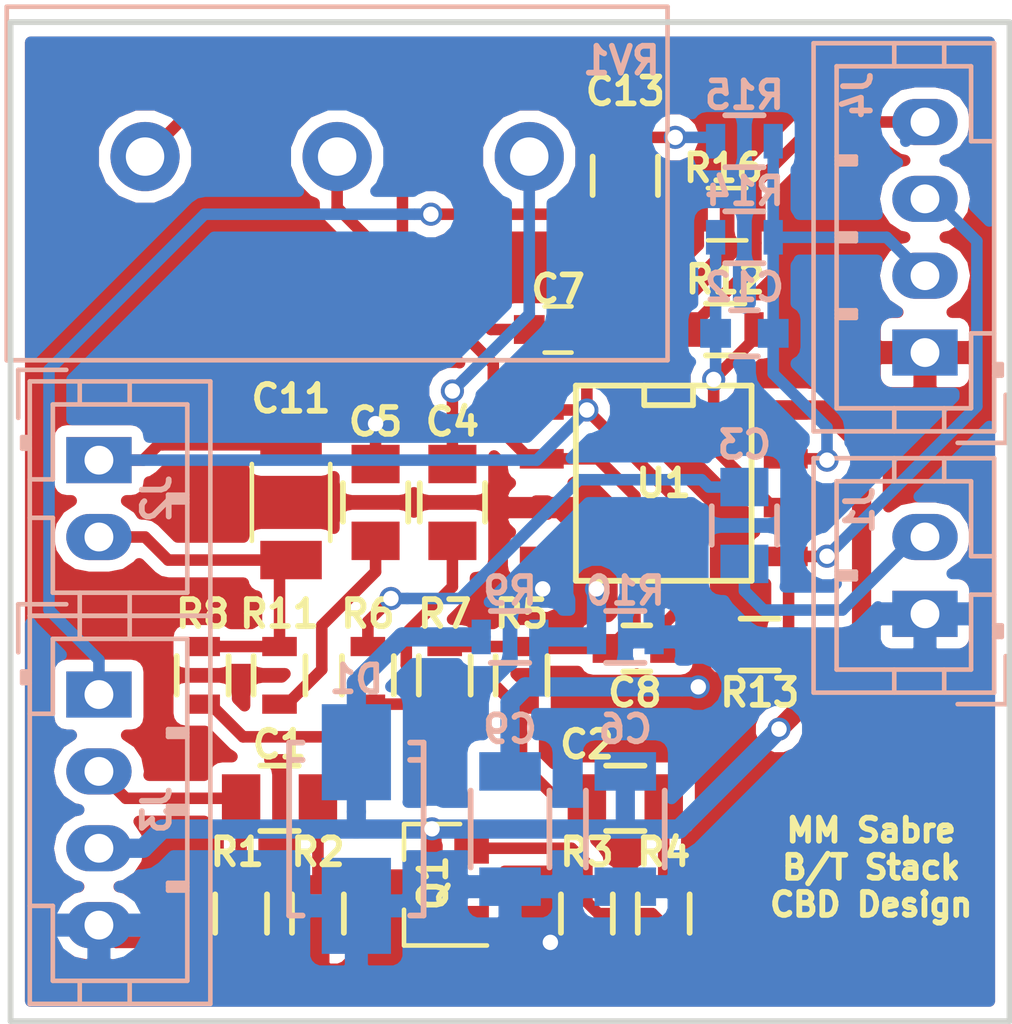
<source format=kicad_pcb>
(kicad_pcb (version 4) (host pcbnew 4.0.4-1.fc24-product)

  (general
    (links 61)
    (no_connects 0)
    (area 143.145 85.134999 171.315001 112.265001)
    (thickness 1.6)
    (drawings 9)
    (tracks 207)
    (zones 0)
    (modules 36)
    (nets 24)
  )

  (page A4)
  (layers
    (0 F.Cu signal)
    (31 B.Cu signal)
    (32 B.Adhes user)
    (33 F.Adhes user)
    (34 B.Paste user)
    (35 F.Paste user)
    (36 B.SilkS user)
    (37 F.SilkS user)
    (38 B.Mask user)
    (39 F.Mask user)
    (40 Dwgs.User user)
    (41 Cmts.User user)
    (42 Eco1.User user)
    (43 Eco2.User user)
    (44 Edge.Cuts user)
    (45 Margin user)
    (46 B.CrtYd user)
    (47 F.CrtYd user)
    (48 B.Fab user)
    (49 F.Fab user)
  )

  (setup
    (last_trace_width 0.3)
    (trace_clearance 0.29)
    (zone_clearance 0.3)
    (zone_45_only no)
    (trace_min 0.3)
    (segment_width 0.2)
    (edge_width 0.15)
    (via_size 0.6)
    (via_drill 0.4)
    (via_min_size 0.4)
    (via_min_drill 0.3)
    (uvia_size 0.3)
    (uvia_drill 0.1)
    (uvias_allowed no)
    (uvia_min_size 0.2)
    (uvia_min_drill 0.1)
    (pcb_text_width 0.3)
    (pcb_text_size 1.5 1.5)
    (mod_edge_width 0.15)
    (mod_text_size 0.7 0.7)
    (mod_text_width 0.15)
    (pad_size 1.524 1.524)
    (pad_drill 0.762)
    (pad_to_mask_clearance 0.2)
    (aux_axis_origin 0 0)
    (visible_elements 7FFFFFFF)
    (pcbplotparams
      (layerselection 0x00030_80000001)
      (usegerberextensions false)
      (excludeedgelayer true)
      (linewidth 0.100000)
      (plotframeref false)
      (viasonmask false)
      (mode 1)
      (useauxorigin false)
      (hpglpennumber 1)
      (hpglpenspeed 20)
      (hpglpendiameter 15)
      (hpglpenoverlay 2)
      (psnegative false)
      (psa4output false)
      (plotreference true)
      (plotvalue true)
      (plotinvisibletext false)
      (padsonsilk false)
      (subtractmaskfromsilk false)
      (outputformat 1)
      (mirror false)
      (drillshape 1)
      (scaleselection 1)
      (outputdirectory ""))
  )

  (net 0 "")
  (net 1 /SIG_I)
  (net 2 "Net-(C2-Pad1)")
  (net 3 "Net-(C2-Pad2)")
  (net 4 "Net-(C3-Pad1)")
  (net 5 "Net-(C3-Pad2)")
  (net 6 "Net-(C4-Pad2)")
  (net 7 "Net-(C5-Pad1)")
  (net 8 Earth)
  (net 9 VCC)
  (net 10 "Net-(C7-Pad1)")
  (net 11 "Net-(C8-Pad1)")
  (net 12 /Vref)
  (net 13 /Mi)
  (net 14 "Net-(C11-Pad1)")
  (net 15 /Mo)
  (net 16 "Net-(C12-Pad2)")
  (net 17 "Net-(C13-Pad1)")
  (net 18 "Net-(C13-Pad2)")
  (net 19 /Mr)
  (net 20 "Net-(Q1-Pad2)")
  (net 21 "Net-(R6-Pad1)")
  (net 22 "Net-(C1-Pad1)")
  (net 23 "Net-(C11-Pad2)")

  (net_class Default "This is the default net class."
    (clearance 0.29)
    (trace_width 0.3)
    (via_dia 0.6)
    (via_drill 0.4)
    (uvia_dia 0.3)
    (uvia_drill 0.1)
    (add_net /Mi)
    (add_net /Mo)
    (add_net /Mr)
    (add_net /SIG_I)
    (add_net /Vref)
    (add_net Earth)
    (add_net "Net-(C1-Pad1)")
    (add_net "Net-(C11-Pad1)")
    (add_net "Net-(C11-Pad2)")
    (add_net "Net-(C12-Pad2)")
    (add_net "Net-(C13-Pad1)")
    (add_net "Net-(C13-Pad2)")
    (add_net "Net-(C2-Pad1)")
    (add_net "Net-(C2-Pad2)")
    (add_net "Net-(C3-Pad1)")
    (add_net "Net-(C3-Pad2)")
    (add_net "Net-(C4-Pad2)")
    (add_net "Net-(C5-Pad1)")
    (add_net "Net-(C7-Pad1)")
    (add_net "Net-(C8-Pad1)")
    (add_net "Net-(Q1-Pad2)")
    (add_net "Net-(R6-Pad1)")
    (add_net VCC)
  )

  (module LIBS:Potentiometer_Alpha_RV16 (layer B.Cu) (tedit 5B089070) (tstamp 5B088F6C)
    (at 153.5 89.5 90)
    (descr "Potentiometer, vertically mounted, Omeg PC16PU, Omeg PC16PU, Omeg PC16PU, Vishay/Spectrol 248GJ/249GJ Single, Vishay/Spectrol 248GJ/249GJ Single, Vishay/Spectrol 248GJ/249GJ Single, Vishay/Spectrol 248GH/249GH Single, Vishay/Spectrol 148/149 Single, Vishay/Spectrol 148/149 Single, Vishay/Spectrol 148/149 Single, Vishay/Spectrol 148A/149A Single with mounting plates, Vishay/Spectrol 148/149 Double, Vishay/Spectrol 148A/149A Double with mounting plates, Piher PC-16 Single, Piher PC-16 Single, Piher PC-16 Single, Piher PC-16SV Single, Piher PC-16 Double, Piher PC-16 Triple, Piher T16H Single, Piher T16L Single, Piher T16H Double, Alps RK163 Single, Alps RK163 Double, Alps RK097 Single, Alps RK097 Double, http://www.alps.com/prod/info/E/HTML/Potentiometer/RotaryPotentiometers/RK097/RK09712100AV.html")
    (tags "Potentiometer vertical  Omeg PC16PU  Omeg PC16PU  Omeg PC16PU  Vishay/Spectrol 248GJ/249GJ Single  Vishay/Spectrol 248GJ/249GJ Single  Vishay/Spectrol 248GJ/249GJ Single  Vishay/Spectrol 248GH/249GH Single  Vishay/Spectrol 148/149 Single  Vishay/Spectrol 148/149 Single  Vishay/Spectrol 148/149 Single  Vishay/Spectrol 148A/149A Single with mounting plates  Vishay/Spectrol 148/149 Double  Vishay/Spectrol 148A/149A Double with mounting plates  Piher PC-16 Single  Piher PC-16 Single  Piher PC-16 Single  Piher PC-16SV Single  Piher PC-16 Double  Piher PC-16 Triple  Piher T16H Single  Piher T16L Single  Piher T16H Double  Alps RK163 Single  Alps RK163 Double  Alps RK097 Single  Alps RK097 Double Dual Shaft")
    (path /5B089278)
    (fp_text reference RV1 (at 2.5 7.4 180) (layer B.SilkS)
      (effects (font (size 0.7 0.7) (thickness 0.15)) (justify mirror))
    )
    (fp_text value POT (at 2.15 -9.5 90) (layer B.Fab) hide
      (effects (font (size 0.7 0.7) (thickness 0.15)) (justify mirror))
    )
    (fp_line (start -5.2 8.5) (end -5.2 -8.5) (layer B.Fab) (width 0.1))
    (fp_line (start -5.2 -8.5) (end 3.8 -8.5) (layer B.Fab) (width 0.1))
    (fp_line (start 3.8 -8.5) (end 3.8 8.5) (layer B.Fab) (width 0.1))
    (fp_line (start 3.8 8.5) (end -5.2 8.5) (layer B.Fab) (width 0.1))
    (fp_line (start -5.3 8.6) (end 3.9 8.6) (layer B.SilkS) (width 0.12))
    (fp_line (start -5.3 -8.6) (end 3.9 -8.6) (layer B.SilkS) (width 0.12))
    (fp_line (start -5.3 8.6) (end -5.3 -8.6) (layer B.SilkS) (width 0.12))
    (fp_line (start 3.9 8.6) (end 3.9 -8.6) (layer B.SilkS) (width 0.12))
    (fp_line (start -5.45 8.75) (end -5.45 -8.75) (layer B.CrtYd) (width 0.05))
    (fp_line (start -5.45 -8.75) (end 4.05 -8.75) (layer B.CrtYd) (width 0.05))
    (fp_line (start 4.05 -8.75) (end 4.05 8.75) (layer B.CrtYd) (width 0.05))
    (fp_line (start 4.05 8.75) (end -5.45 8.75) (layer B.CrtYd) (width 0.05))
    (pad 3 thru_hole circle (at 0 5 90) (size 1.8 1.8) (drill 1) (layers *.Cu *.Mask)
      (net 6 "Net-(C4-Pad2)"))
    (pad 2 thru_hole circle (at 0 0 90) (size 1.8 1.8) (drill 1) (layers *.Cu *.Mask)
      (net 11 "Net-(C8-Pad1)"))
    (pad 1 thru_hole circle (at 0 -5 90) (size 1.8 1.8) (drill 1) (layers *.Cu *.Mask)
      (net 10 "Net-(C7-Pad1)"))
    (model Potentiometers.3dshapes/Potentiometer_Alps_RK097_Double_Vertical.wrl
      (at (xyz 0 0 0))
      (scale (xyz 0.393701 0.393701 0.393701))
      (rotate (xyz 0 0 0))
    )
  )

  (module Capacitors_SMD:C_0805 (layer F.Cu) (tedit 5B04E90A) (tstamp 5B04E992)
    (at 154.5 98.5 90)
    (descr "Capacitor SMD 0805, reflow soldering, AVX (see smccp.pdf)")
    (tags "capacitor 0805")
    (path /5AFF64B4)
    (attr smd)
    (fp_text reference C5 (at 2.1 0 180) (layer F.SilkS)
      (effects (font (size 0.7 0.7) (thickness 0.15)))
    )
    (fp_text value 10u (at 0 2.1 90) (layer F.Fab) hide
      (effects (font (size 0.7 0.7) (thickness 0.15)))
    )
    (fp_line (start -1.8 -1) (end 1.8 -1) (layer F.CrtYd) (width 0.05))
    (fp_line (start -1.8 1) (end 1.8 1) (layer F.CrtYd) (width 0.05))
    (fp_line (start -1.8 -1) (end -1.8 1) (layer F.CrtYd) (width 0.05))
    (fp_line (start 1.8 -1) (end 1.8 1) (layer F.CrtYd) (width 0.05))
    (fp_line (start 0.5 -0.85) (end -0.5 -0.85) (layer F.SilkS) (width 0.15))
    (fp_line (start -0.5 0.85) (end 0.5 0.85) (layer F.SilkS) (width 0.15))
    (pad 1 smd rect (at -1 0 90) (size 1 1.25) (layers F.Cu F.Paste F.Mask)
      (net 7 "Net-(C5-Pad1)"))
    (pad 2 smd rect (at 1 0 90) (size 1 1.25) (layers F.Cu F.Paste F.Mask)
      (net 8 Earth))
    (model Capacitors_SMD.3dshapes/C_0805.wrl
      (at (xyz 0 0 0))
      (scale (xyz 1 1 1))
      (rotate (xyz 0 0 0))
    )
  )

  (module Resistors_SMD:R_0603 (layer F.Cu) (tedit 5B04E92F) (tstamp 5B04E9F9)
    (at 152 103 270)
    (descr "Resistor SMD 0603, reflow soldering, Vishay (see dcrcw.pdf)")
    (tags "resistor 0603")
    (path /5AFF643D)
    (attr smd)
    (fp_text reference R11 (at -1.6 0 360) (layer F.SilkS)
      (effects (font (size 0.7 0.7) (thickness 0.15)))
    )
    (fp_text value 10k (at 0 1.9 270) (layer F.Fab) hide
      (effects (font (size 0.7 0.7) (thickness 0.15)))
    )
    (fp_line (start -1.3 -0.8) (end 1.3 -0.8) (layer F.CrtYd) (width 0.05))
    (fp_line (start -1.3 0.8) (end 1.3 0.8) (layer F.CrtYd) (width 0.05))
    (fp_line (start -1.3 -0.8) (end -1.3 0.8) (layer F.CrtYd) (width 0.05))
    (fp_line (start 1.3 -0.8) (end 1.3 0.8) (layer F.CrtYd) (width 0.05))
    (fp_line (start 0.5 0.675) (end -0.5 0.675) (layer F.SilkS) (width 0.15))
    (fp_line (start -0.5 -0.675) (end 0.5 -0.675) (layer F.SilkS) (width 0.15))
    (pad 1 smd rect (at -0.75 0 270) (size 0.5 0.9) (layers F.Cu F.Paste F.Mask)
      (net 14 "Net-(C11-Pad1)"))
    (pad 2 smd rect (at 0.75 0 270) (size 0.5 0.9) (layers F.Cu F.Paste F.Mask)
      (net 7 "Net-(C5-Pad1)"))
    (model Resistors_SMD.3dshapes/R_0603.wrl
      (at (xyz 0 0 0))
      (scale (xyz 1 1 1))
      (rotate (xyz 0 0 0))
    )
  )

  (module Capacitors_SMD:C_0805 (layer F.Cu) (tedit 5B07596E) (tstamp 5B0759B0)
    (at 156.5 98.5 90)
    (descr "Capacitor SMD 0805, reflow soldering, AVX (see smccp.pdf)")
    (tags "capacitor 0805")
    (path /5AFF5D11)
    (attr smd)
    (fp_text reference C4 (at 2.1 0 360) (layer F.SilkS)
      (effects (font (size 0.7 0.7) (thickness 0.15)))
    )
    (fp_text value 1.8n (at 0 2.1 90) (layer F.Fab) hide
      (effects (font (size 0.7 0.7) (thickness 0.15)))
    )
    (fp_line (start -1.8 -1) (end 1.8 -1) (layer F.CrtYd) (width 0.05))
    (fp_line (start -1.8 1) (end 1.8 1) (layer F.CrtYd) (width 0.05))
    (fp_line (start -1.8 -1) (end -1.8 1) (layer F.CrtYd) (width 0.05))
    (fp_line (start 1.8 -1) (end 1.8 1) (layer F.CrtYd) (width 0.05))
    (fp_line (start 0.5 -0.85) (end -0.5 -0.85) (layer F.SilkS) (width 0.15))
    (fp_line (start -0.5 0.85) (end 0.5 0.85) (layer F.SilkS) (width 0.15))
    (pad 1 smd rect (at -1 0 90) (size 1 1.25) (layers F.Cu F.Paste F.Mask)
      (net 3 "Net-(C2-Pad2)"))
    (pad 2 smd rect (at 1 0 90) (size 1 1.25) (layers F.Cu F.Paste F.Mask)
      (net 6 "Net-(C4-Pad2)"))
    (model Capacitors_SMD.3dshapes/C_0805.wrl
      (at (xyz 0 0 0))
      (scale (xyz 1 1 1))
      (rotate (xyz 0 0 0))
    )
  )

  (module Capacitors_SMD:C_0805 (layer F.Cu) (tedit 5B04E942) (tstamp 5B04E9B0)
    (at 161 90 270)
    (descr "Capacitor SMD 0805, reflow soldering, AVX (see smccp.pdf)")
    (tags "capacitor 0805")
    (path /5AFF70FC)
    (attr smd)
    (fp_text reference C13 (at -2.2 0 540) (layer F.SilkS)
      (effects (font (size 0.7 0.7) (thickness 0.15)))
    )
    (fp_text value 1u (at 0 2.1 270) (layer F.Fab) hide
      (effects (font (size 0.7 0.7) (thickness 0.15)))
    )
    (fp_line (start -1.8 -1) (end 1.8 -1) (layer F.CrtYd) (width 0.05))
    (fp_line (start -1.8 1) (end 1.8 1) (layer F.CrtYd) (width 0.05))
    (fp_line (start -1.8 -1) (end -1.8 1) (layer F.CrtYd) (width 0.05))
    (fp_line (start 1.8 -1) (end 1.8 1) (layer F.CrtYd) (width 0.05))
    (fp_line (start 0.5 -0.85) (end -0.5 -0.85) (layer F.SilkS) (width 0.15))
    (fp_line (start -0.5 0.85) (end 0.5 0.85) (layer F.SilkS) (width 0.15))
    (pad 1 smd rect (at -1 0 270) (size 1 1.25) (layers F.Cu F.Paste F.Mask)
      (net 17 "Net-(C13-Pad1)"))
    (pad 2 smd rect (at 1 0 270) (size 1 1.25) (layers F.Cu F.Paste F.Mask)
      (net 18 "Net-(C13-Pad2)"))
    (model Capacitors_SMD.3dshapes/C_0805.wrl
      (at (xyz 0 0 0))
      (scale (xyz 1 1 1))
      (rotate (xyz 0 0 0))
    )
  )

  (module SMD_Packages:SOIC-8-N (layer F.Cu) (tedit 5B04E93B) (tstamp 5B04EA1D)
    (at 162 98 270)
    (descr "Module Narrow CMS SOJ 8 pins large")
    (tags "CMS SOJ")
    (path /5AFF5EE3)
    (attr smd)
    (fp_text reference U1 (at 0 0.0035 360) (layer F.SilkS)
      (effects (font (size 0.7 0.7) (thickness 0.15)))
    )
    (fp_text value MC33178 (at 2.15 -4.6 270) (layer F.Fab) hide
      (effects (font (size 0.7 0.7) (thickness 0.15)))
    )
    (fp_line (start -2.54 -2.286) (end 2.54 -2.286) (layer F.SilkS) (width 0.15))
    (fp_line (start 2.54 -2.286) (end 2.54 2.286) (layer F.SilkS) (width 0.15))
    (fp_line (start 2.54 2.286) (end -2.54 2.286) (layer F.SilkS) (width 0.15))
    (fp_line (start -2.54 2.286) (end -2.54 -2.286) (layer F.SilkS) (width 0.15))
    (fp_line (start -2.54 -0.762) (end -2.032 -0.762) (layer F.SilkS) (width 0.15))
    (fp_line (start -2.032 -0.762) (end -2.032 0.508) (layer F.SilkS) (width 0.15))
    (fp_line (start -2.032 0.508) (end -2.54 0.508) (layer F.SilkS) (width 0.15))
    (pad 8 smd rect (at -1.905 -3.175 270) (size 0.508 1.143) (layers F.Cu F.Paste F.Mask)
      (net 9 VCC))
    (pad 7 smd rect (at -0.635 -3.175 270) (size 0.508 1.143) (layers F.Cu F.Paste F.Mask)
      (net 15 /Mo))
    (pad 6 smd rect (at 0.635 -3.175 270) (size 0.508 1.143) (layers F.Cu F.Paste F.Mask)
      (net 16 "Net-(C12-Pad2)"))
    (pad 5 smd rect (at 1.905 -3.175 270) (size 0.508 1.143) (layers F.Cu F.Paste F.Mask)
      (net 19 /Mr))
    (pad 4 smd rect (at 1.905 3.175 270) (size 0.508 1.143) (layers F.Cu F.Paste F.Mask)
      (net 8 Earth))
    (pad 3 smd rect (at 0.635 3.175 270) (size 0.508 1.143) (layers F.Cu F.Paste F.Mask)
      (net 12 /Vref))
    (pad 2 smd rect (at -0.635 3.175 270) (size 0.508 1.143) (layers F.Cu F.Paste F.Mask)
      (net 11 "Net-(C8-Pad1)"))
    (pad 1 smd rect (at -1.905 3.175 270) (size 0.508 1.143) (layers F.Cu F.Paste F.Mask)
      (net 23 "Net-(C11-Pad2)"))
    (model SMD_Packages.3dshapes/SOIC-8-N.wrl
      (at (xyz 0 0 0))
      (scale (xyz 0.5 0.38 0.5))
      (rotate (xyz 0 0 0))
    )
  )

  (module TO_SOT_Packages_SMD:SOT-23 (layer F.Cu) (tedit 5B04EBD5) (tstamp 5B04E9B7)
    (at 156 108.45 180)
    (descr "SOT-23, Standard")
    (tags SOT-23)
    (path /5AFF5A52)
    (attr smd)
    (fp_text reference Q1 (at 0 0.05 270) (layer F.SilkS)
      (effects (font (size 0.7 0.7) (thickness 0.15)))
    )
    (fp_text value MMBF5457 (at 0 2.5 180) (layer F.Fab) hide
      (effects (font (size 0.7 0.7) (thickness 0.15)))
    )
    (fp_text user %R (at 0 0 270) (layer F.Fab) hide
      (effects (font (size 0.7 0.7) (thickness 0.15)))
    )
    (fp_line (start -0.7 -0.95) (end -0.7 1.5) (layer F.Fab) (width 0.1))
    (fp_line (start -0.15 -1.52) (end 0.7 -1.52) (layer F.Fab) (width 0.1))
    (fp_line (start -0.7 -0.95) (end -0.15 -1.52) (layer F.Fab) (width 0.1))
    (fp_line (start 0.7 -1.52) (end 0.7 1.52) (layer F.Fab) (width 0.1))
    (fp_line (start -0.7 1.52) (end 0.7 1.52) (layer F.Fab) (width 0.1))
    (fp_line (start 0.76 1.58) (end 0.76 0.65) (layer F.SilkS) (width 0.12))
    (fp_line (start 0.76 -1.58) (end 0.76 -0.65) (layer F.SilkS) (width 0.12))
    (fp_line (start -1.7 -1.75) (end 1.7 -1.75) (layer F.CrtYd) (width 0.05))
    (fp_line (start 1.7 -1.75) (end 1.7 1.75) (layer F.CrtYd) (width 0.05))
    (fp_line (start 1.7 1.75) (end -1.7 1.75) (layer F.CrtYd) (width 0.05))
    (fp_line (start -1.7 1.75) (end -1.7 -1.75) (layer F.CrtYd) (width 0.05))
    (fp_line (start 0.76 -1.58) (end -1.4 -1.58) (layer F.SilkS) (width 0.12))
    (fp_line (start 0.76 1.58) (end -0.7 1.58) (layer F.SilkS) (width 0.12))
    (pad 1 smd rect (at -1 -0.95 180) (size 0.9 0.8) (layers F.Cu F.Paste F.Mask)
      (net 9 VCC))
    (pad 2 smd rect (at -1 0.95 180) (size 0.9 0.8) (layers F.Cu F.Paste F.Mask)
      (net 20 "Net-(Q1-Pad2)"))
    (pad 3 smd rect (at 1 0 180) (size 0.9 0.8) (layers F.Cu F.Paste F.Mask)
      (net 22 "Net-(C1-Pad1)"))
    (model ${KISYS3DMOD}/TO_SOT_Packages_SMD.3dshapes/SOT-23.wrl
      (at (xyz 0 0 0))
      (scale (xyz 1 1 1))
      (rotate (xyz 0 0 0))
    )
  )

  (module Connectors_JST:JST_PH_B2B-PH-K_02x2.00mm_Straight (layer B.Cu) (tedit 5B04CA11) (tstamp 5B04CB3E)
    (at 168.8 101.4 90)
    (descr "JST PH series connector, B2B-PH-K, top entry type, through hole, Datasheet: http://www.jst-mfg.com/product/pdf/eng/ePH.pdf")
    (tags "connector jst ph")
    (path /5B046CBC)
    (fp_text reference J1 (at 2.7 -1.7 90) (layer B.SilkS)
      (effects (font (size 0.7 0.7) (thickness 0.15)) (justify mirror))
    )
    (fp_text value Conn_01x02_Male (at 1 -3.8 90) (layer B.Fab) hide
      (effects (font (size 0.7 0.7) (thickness 0.15)) (justify mirror))
    )
    (fp_line (start -2.05 1.8) (end -2.05 -2.9) (layer B.SilkS) (width 0.12))
    (fp_line (start -2.05 -2.9) (end 4.05 -2.9) (layer B.SilkS) (width 0.12))
    (fp_line (start 4.05 -2.9) (end 4.05 1.8) (layer B.SilkS) (width 0.12))
    (fp_line (start 4.05 1.8) (end -2.05 1.8) (layer B.SilkS) (width 0.12))
    (fp_line (start 0.5 1.8) (end 0.5 1.2) (layer B.SilkS) (width 0.12))
    (fp_line (start 0.5 1.2) (end -1.45 1.2) (layer B.SilkS) (width 0.12))
    (fp_line (start -1.45 1.2) (end -1.45 -2.3) (layer B.SilkS) (width 0.12))
    (fp_line (start -1.45 -2.3) (end 3.45 -2.3) (layer B.SilkS) (width 0.12))
    (fp_line (start 3.45 -2.3) (end 3.45 1.2) (layer B.SilkS) (width 0.12))
    (fp_line (start 3.45 1.2) (end 1.5 1.2) (layer B.SilkS) (width 0.12))
    (fp_line (start 1.5 1.2) (end 1.5 1.8) (layer B.SilkS) (width 0.12))
    (fp_line (start -2.05 0.5) (end -1.45 0.5) (layer B.SilkS) (width 0.12))
    (fp_line (start -2.05 -0.8) (end -1.45 -0.8) (layer B.SilkS) (width 0.12))
    (fp_line (start 4.05 0.5) (end 3.45 0.5) (layer B.SilkS) (width 0.12))
    (fp_line (start 4.05 -0.8) (end 3.45 -0.8) (layer B.SilkS) (width 0.12))
    (fp_line (start -0.3 1.8) (end -0.3 2) (layer B.SilkS) (width 0.12))
    (fp_line (start -0.3 2) (end -0.6 2) (layer B.SilkS) (width 0.12))
    (fp_line (start -0.6 2) (end -0.6 1.8) (layer B.SilkS) (width 0.12))
    (fp_line (start -0.3 1.9) (end -0.6 1.9) (layer B.SilkS) (width 0.12))
    (fp_line (start 0.9 -2.3) (end 0.9 -1.8) (layer B.SilkS) (width 0.12))
    (fp_line (start 0.9 -1.8) (end 1.1 -1.8) (layer B.SilkS) (width 0.12))
    (fp_line (start 1.1 -1.8) (end 1.1 -2.3) (layer B.SilkS) (width 0.12))
    (fp_line (start 1 -2.3) (end 1 -1.8) (layer B.SilkS) (width 0.12))
    (fp_line (start -1.1 2.1) (end -2.35 2.1) (layer B.SilkS) (width 0.12))
    (fp_line (start -2.35 2.1) (end -2.35 0.85) (layer B.SilkS) (width 0.12))
    (fp_line (start -1.1 2.1) (end -2.35 2.1) (layer B.Fab) (width 0.1))
    (fp_line (start -2.35 2.1) (end -2.35 0.85) (layer B.Fab) (width 0.1))
    (fp_line (start -1.95 1.7) (end -1.95 -2.8) (layer B.Fab) (width 0.1))
    (fp_line (start -1.95 -2.8) (end 3.95 -2.8) (layer B.Fab) (width 0.1))
    (fp_line (start 3.95 -2.8) (end 3.95 1.7) (layer B.Fab) (width 0.1))
    (fp_line (start 3.95 1.7) (end -1.95 1.7) (layer B.Fab) (width 0.1))
    (fp_line (start -2.45 2.2) (end -2.45 -3.3) (layer B.CrtYd) (width 0.05))
    (fp_line (start -2.45 -3.3) (end 4.45 -3.3) (layer B.CrtYd) (width 0.05))
    (fp_line (start 4.45 -3.3) (end 4.45 2.2) (layer B.CrtYd) (width 0.05))
    (fp_line (start 4.45 2.2) (end -2.45 2.2) (layer B.CrtYd) (width 0.05))
    (fp_text user %R (at 1 -1.5 90) (layer B.Fab) hide
      (effects (font (size 0.7 0.7) (thickness 0.15)) (justify mirror))
    )
    (pad 1 thru_hole rect (at 0 0 90) (size 1.2 1.7) (drill 0.75) (layers *.Cu *.Mask)
      (net 8 Earth))
    (pad 2 thru_hole oval (at 2 0 90) (size 1.2 1.7) (drill 0.75) (layers *.Cu *.Mask)
      (net 5 "Net-(C3-Pad2)"))
    (model ${KISYS3DMOD}/Connectors_JST.3dshapes/JST_PH_B2B-PH-K_02x2.00mm_Straight.wrl
      (at (xyz 0 0 0))
      (scale (xyz 1 1 1))
      (rotate (xyz 0 0 0))
    )
  )

  (module Connectors_JST:JST_PH_B4B-PH-K_04x2.00mm_Straight (layer B.Cu) (tedit 5B04C9E2) (tstamp 5B04CB4E)
    (at 168.8 94.6 90)
    (descr "JST PH series connector, B4B-PH-K, top entry type, through hole, Datasheet: http://www.jst-mfg.com/product/pdf/eng/ePH.pdf")
    (tags "connector jst ph")
    (path /5AFF8864)
    (fp_text reference J4 (at 6.7 -1.75 270) (layer B.SilkS)
      (effects (font (size 0.7 0.7) (thickness 0.15)) (justify mirror))
    )
    (fp_text value Conn_01x04_Male (at 3 -3.8 90) (layer B.Fab) hide
      (effects (font (size 0.7 0.7) (thickness 0.15)) (justify mirror))
    )
    (fp_line (start -2.05 1.8) (end -2.05 -2.9) (layer B.SilkS) (width 0.12))
    (fp_line (start -2.05 -2.9) (end 8.05 -2.9) (layer B.SilkS) (width 0.12))
    (fp_line (start 8.05 -2.9) (end 8.05 1.8) (layer B.SilkS) (width 0.12))
    (fp_line (start 8.05 1.8) (end -2.05 1.8) (layer B.SilkS) (width 0.12))
    (fp_line (start 0.5 1.8) (end 0.5 1.2) (layer B.SilkS) (width 0.12))
    (fp_line (start 0.5 1.2) (end -1.45 1.2) (layer B.SilkS) (width 0.12))
    (fp_line (start -1.45 1.2) (end -1.45 -2.3) (layer B.SilkS) (width 0.12))
    (fp_line (start -1.45 -2.3) (end 7.45 -2.3) (layer B.SilkS) (width 0.12))
    (fp_line (start 7.45 -2.3) (end 7.45 1.2) (layer B.SilkS) (width 0.12))
    (fp_line (start 7.45 1.2) (end 5.5 1.2) (layer B.SilkS) (width 0.12))
    (fp_line (start 5.5 1.2) (end 5.5 1.8) (layer B.SilkS) (width 0.12))
    (fp_line (start -2.05 0.5) (end -1.45 0.5) (layer B.SilkS) (width 0.12))
    (fp_line (start -2.05 -0.8) (end -1.45 -0.8) (layer B.SilkS) (width 0.12))
    (fp_line (start 8.05 0.5) (end 7.45 0.5) (layer B.SilkS) (width 0.12))
    (fp_line (start 8.05 -0.8) (end 7.45 -0.8) (layer B.SilkS) (width 0.12))
    (fp_line (start -0.3 1.8) (end -0.3 2) (layer B.SilkS) (width 0.12))
    (fp_line (start -0.3 2) (end -0.6 2) (layer B.SilkS) (width 0.12))
    (fp_line (start -0.6 2) (end -0.6 1.8) (layer B.SilkS) (width 0.12))
    (fp_line (start -0.3 1.9) (end -0.6 1.9) (layer B.SilkS) (width 0.12))
    (fp_line (start 0.9 -2.3) (end 0.9 -1.8) (layer B.SilkS) (width 0.12))
    (fp_line (start 0.9 -1.8) (end 1.1 -1.8) (layer B.SilkS) (width 0.12))
    (fp_line (start 1.1 -1.8) (end 1.1 -2.3) (layer B.SilkS) (width 0.12))
    (fp_line (start 1 -2.3) (end 1 -1.8) (layer B.SilkS) (width 0.12))
    (fp_line (start 2.9 -2.3) (end 2.9 -1.8) (layer B.SilkS) (width 0.12))
    (fp_line (start 2.9 -1.8) (end 3.1 -1.8) (layer B.SilkS) (width 0.12))
    (fp_line (start 3.1 -1.8) (end 3.1 -2.3) (layer B.SilkS) (width 0.12))
    (fp_line (start 3 -2.3) (end 3 -1.8) (layer B.SilkS) (width 0.12))
    (fp_line (start 4.9 -2.3) (end 4.9 -1.8) (layer B.SilkS) (width 0.12))
    (fp_line (start 4.9 -1.8) (end 5.1 -1.8) (layer B.SilkS) (width 0.12))
    (fp_line (start 5.1 -1.8) (end 5.1 -2.3) (layer B.SilkS) (width 0.12))
    (fp_line (start 5 -2.3) (end 5 -1.8) (layer B.SilkS) (width 0.12))
    (fp_line (start -1.1 2.1) (end -2.35 2.1) (layer B.SilkS) (width 0.12))
    (fp_line (start -2.35 2.1) (end -2.35 0.85) (layer B.SilkS) (width 0.12))
    (fp_line (start -1.1 2.1) (end -2.35 2.1) (layer B.Fab) (width 0.1))
    (fp_line (start -2.35 2.1) (end -2.35 0.85) (layer B.Fab) (width 0.1))
    (fp_line (start -1.95 1.7) (end -1.95 -2.8) (layer B.Fab) (width 0.1))
    (fp_line (start -1.95 -2.8) (end 7.95 -2.8) (layer B.Fab) (width 0.1))
    (fp_line (start 7.95 -2.8) (end 7.95 1.7) (layer B.Fab) (width 0.1))
    (fp_line (start 7.95 1.7) (end -1.95 1.7) (layer B.Fab) (width 0.1))
    (fp_line (start -2.45 2.2) (end -2.45 -3.3) (layer B.CrtYd) (width 0.05))
    (fp_line (start -2.45 -3.3) (end 8.45 -3.3) (layer B.CrtYd) (width 0.05))
    (fp_line (start 8.45 -3.3) (end 8.45 2.2) (layer B.CrtYd) (width 0.05))
    (fp_line (start 8.45 2.2) (end -2.45 2.2) (layer B.CrtYd) (width 0.05))
    (fp_text user %R (at 3 -1.5 90) (layer B.Fab) hide
      (effects (font (size 0.7 0.7) (thickness 0.15)) (justify mirror))
    )
    (pad 1 thru_hole rect (at 0 0 90) (size 1.2 1.7) (drill 0.75) (layers *.Cu *.Mask)
      (net 12 /Vref))
    (pad 2 thru_hole oval (at 2 0 90) (size 1.2 1.7) (drill 0.75) (layers *.Cu *.Mask)
      (net 15 /Mo))
    (pad 3 thru_hole oval (at 4 0 90) (size 1.2 1.7) (drill 0.75) (layers *.Cu *.Mask)
      (net 19 /Mr))
    (pad 4 thru_hole oval (at 6 0 90) (size 1.2 1.7) (drill 0.75) (layers *.Cu *.Mask)
      (net 13 /Mi))
    (model ${KISYS3DMOD}/Connectors_JST.3dshapes/JST_PH_B4B-PH-K_04x2.00mm_Straight.wrl
      (at (xyz 0 0 0))
      (scale (xyz 1 1 1))
      (rotate (xyz 0 0 0))
    )
  )

  (module Diodes_SMD:SMA_Standard (layer B.Cu) (tedit 5B04CA48) (tstamp 5B04CB38)
    (at 154 107 270)
    (descr "Diode SMA")
    (tags "Diode SMA")
    (path /5AFF7964)
    (attr smd)
    (fp_text reference D1 (at -3.9 0 360) (layer B.SilkS)
      (effects (font (size 0.7 0.7) (thickness 0.15)) (justify mirror))
    )
    (fp_text value S1A (at 0 -4.3 270) (layer B.Fab) hide
      (effects (font (size 0.7 0.7) (thickness 0.15)) (justify mirror))
    )
    (fp_line (start -3.5 2) (end 3.5 2) (layer B.CrtYd) (width 0.05))
    (fp_line (start 3.5 2) (end 3.5 -2) (layer B.CrtYd) (width 0.05))
    (fp_line (start 3.5 -2) (end -3.5 -2) (layer B.CrtYd) (width 0.05))
    (fp_line (start -3.5 -2) (end -3.5 2) (layer B.CrtYd) (width 0.05))
    (fp_text user K (at -2.9 -2.95 270) (layer B.SilkS) hide
      (effects (font (size 0.7 0.7) (thickness 0.15)) (justify mirror))
    )
    (fp_text user A (at 2.9 -2.9 270) (layer B.SilkS) hide
      (effects (font (size 0.7 0.7) (thickness 0.15)) (justify mirror))
    )
    (fp_circle (center 0 0) (end 0.20066 0.0508) (layer B.Adhes) (width 0.381))
    (fp_line (start -1.79914 -1.75006) (end -1.79914 -1.39954) (layer B.SilkS) (width 0.15))
    (fp_line (start -1.79914 1.75006) (end -1.79914 1.39954) (layer B.SilkS) (width 0.15))
    (fp_line (start 2.25044 -1.75006) (end 2.25044 -1.39954) (layer B.SilkS) (width 0.15))
    (fp_line (start -2.25044 -1.75006) (end -2.25044 -1.39954) (layer B.SilkS) (width 0.15))
    (fp_line (start -2.25044 1.75006) (end -2.25044 1.39954) (layer B.SilkS) (width 0.15))
    (fp_line (start 2.25044 1.75006) (end 2.25044 1.39954) (layer B.SilkS) (width 0.15))
    (fp_line (start -2.25044 -1.75006) (end 2.25044 -1.75006) (layer B.SilkS) (width 0.15))
    (fp_line (start -2.25044 1.75006) (end 2.25044 1.75006) (layer B.SilkS) (width 0.15))
    (pad 1 smd rect (at -1.99898 0 270) (size 2.49936 1.80086) (layers B.Cu B.Paste B.Mask)
      (net 9 VCC))
    (pad 2 smd rect (at 1.99898 0 270) (size 2.49936 1.80086) (layers B.Cu B.Paste B.Mask)
      (net 8 Earth))
    (model Diodes_SMD.3dshapes/SMA_Standard.wrl
      (at (xyz 0 0 0))
      (scale (xyz 0.3937 0.3937 0.3937))
      (rotate (xyz 0 0 180))
    )
  )

  (module Connectors_JST:JST_PH_B4B-PH-K_04x2.00mm_Straight (layer B.Cu) (tedit 5B04C9B2) (tstamp 5B04CB46)
    (at 147.3 103.5 270)
    (descr "JST PH series connector, B4B-PH-K, top entry type, through hole, Datasheet: http://www.jst-mfg.com/product/pdf/eng/ePH.pdf")
    (tags "connector jst ph")
    (path /5B03D2CD)
    (fp_text reference J3 (at 3 -1.5 450) (layer B.SilkS)
      (effects (font (size 0.7 0.7) (thickness 0.15)) (justify mirror))
    )
    (fp_text value Conn_01x04_Male (at 3 -3.8 270) (layer B.Fab) hide
      (effects (font (size 0.7 0.7) (thickness 0.15)) (justify mirror))
    )
    (fp_line (start -2.05 1.8) (end -2.05 -2.9) (layer B.SilkS) (width 0.12))
    (fp_line (start -2.05 -2.9) (end 8.05 -2.9) (layer B.SilkS) (width 0.12))
    (fp_line (start 8.05 -2.9) (end 8.05 1.8) (layer B.SilkS) (width 0.12))
    (fp_line (start 8.05 1.8) (end -2.05 1.8) (layer B.SilkS) (width 0.12))
    (fp_line (start 0.5 1.8) (end 0.5 1.2) (layer B.SilkS) (width 0.12))
    (fp_line (start 0.5 1.2) (end -1.45 1.2) (layer B.SilkS) (width 0.12))
    (fp_line (start -1.45 1.2) (end -1.45 -2.3) (layer B.SilkS) (width 0.12))
    (fp_line (start -1.45 -2.3) (end 7.45 -2.3) (layer B.SilkS) (width 0.12))
    (fp_line (start 7.45 -2.3) (end 7.45 1.2) (layer B.SilkS) (width 0.12))
    (fp_line (start 7.45 1.2) (end 5.5 1.2) (layer B.SilkS) (width 0.12))
    (fp_line (start 5.5 1.2) (end 5.5 1.8) (layer B.SilkS) (width 0.12))
    (fp_line (start -2.05 0.5) (end -1.45 0.5) (layer B.SilkS) (width 0.12))
    (fp_line (start -2.05 -0.8) (end -1.45 -0.8) (layer B.SilkS) (width 0.12))
    (fp_line (start 8.05 0.5) (end 7.45 0.5) (layer B.SilkS) (width 0.12))
    (fp_line (start 8.05 -0.8) (end 7.45 -0.8) (layer B.SilkS) (width 0.12))
    (fp_line (start -0.3 1.8) (end -0.3 2) (layer B.SilkS) (width 0.12))
    (fp_line (start -0.3 2) (end -0.6 2) (layer B.SilkS) (width 0.12))
    (fp_line (start -0.6 2) (end -0.6 1.8) (layer B.SilkS) (width 0.12))
    (fp_line (start -0.3 1.9) (end -0.6 1.9) (layer B.SilkS) (width 0.12))
    (fp_line (start 0.9 -2.3) (end 0.9 -1.8) (layer B.SilkS) (width 0.12))
    (fp_line (start 0.9 -1.8) (end 1.1 -1.8) (layer B.SilkS) (width 0.12))
    (fp_line (start 1.1 -1.8) (end 1.1 -2.3) (layer B.SilkS) (width 0.12))
    (fp_line (start 1 -2.3) (end 1 -1.8) (layer B.SilkS) (width 0.12))
    (fp_line (start 2.9 -2.3) (end 2.9 -1.8) (layer B.SilkS) (width 0.12))
    (fp_line (start 2.9 -1.8) (end 3.1 -1.8) (layer B.SilkS) (width 0.12))
    (fp_line (start 3.1 -1.8) (end 3.1 -2.3) (layer B.SilkS) (width 0.12))
    (fp_line (start 3 -2.3) (end 3 -1.8) (layer B.SilkS) (width 0.12))
    (fp_line (start 4.9 -2.3) (end 4.9 -1.8) (layer B.SilkS) (width 0.12))
    (fp_line (start 4.9 -1.8) (end 5.1 -1.8) (layer B.SilkS) (width 0.12))
    (fp_line (start 5.1 -1.8) (end 5.1 -2.3) (layer B.SilkS) (width 0.12))
    (fp_line (start 5 -2.3) (end 5 -1.8) (layer B.SilkS) (width 0.12))
    (fp_line (start -1.1 2.1) (end -2.35 2.1) (layer B.SilkS) (width 0.12))
    (fp_line (start -2.35 2.1) (end -2.35 0.85) (layer B.SilkS) (width 0.12))
    (fp_line (start -1.1 2.1) (end -2.35 2.1) (layer B.Fab) (width 0.1))
    (fp_line (start -2.35 2.1) (end -2.35 0.85) (layer B.Fab) (width 0.1))
    (fp_line (start -1.95 1.7) (end -1.95 -2.8) (layer B.Fab) (width 0.1))
    (fp_line (start -1.95 -2.8) (end 7.95 -2.8) (layer B.Fab) (width 0.1))
    (fp_line (start 7.95 -2.8) (end 7.95 1.7) (layer B.Fab) (width 0.1))
    (fp_line (start 7.95 1.7) (end -1.95 1.7) (layer B.Fab) (width 0.1))
    (fp_line (start -2.45 2.2) (end -2.45 -3.3) (layer B.CrtYd) (width 0.05))
    (fp_line (start -2.45 -3.3) (end 8.45 -3.3) (layer B.CrtYd) (width 0.05))
    (fp_line (start 8.45 -3.3) (end 8.45 2.2) (layer B.CrtYd) (width 0.05))
    (fp_line (start 8.45 2.2) (end -2.45 2.2) (layer B.CrtYd) (width 0.05))
    (fp_text user %R (at 3 -1.5 270) (layer B.Fab) hide
      (effects (font (size 0.7 0.7) (thickness 0.15)) (justify mirror))
    )
    (pad 1 thru_hole rect (at 0 0 270) (size 1.2 1.7) (drill 0.75) (layers *.Cu *.Mask)
      (net 18 "Net-(C13-Pad2)"))
    (pad 2 thru_hole oval (at 2 0 270) (size 1.2 1.7) (drill 0.75) (layers *.Cu *.Mask)
      (net 1 /SIG_I))
    (pad 3 thru_hole oval (at 4 0 270) (size 1.2 1.7) (drill 0.75) (layers *.Cu *.Mask)
      (net 9 VCC))
    (pad 4 thru_hole oval (at 6 0 270) (size 1.2 1.7) (drill 0.75) (layers *.Cu *.Mask)
      (net 8 Earth))
    (model ${KISYS3DMOD}/Connectors_JST.3dshapes/JST_PH_B4B-PH-K_04x2.00mm_Straight.wrl
      (at (xyz 0 0 0))
      (scale (xyz 1 1 1))
      (rotate (xyz 0 0 0))
    )
  )

  (module Capacitors_SMD:C_0805 (layer F.Cu) (tedit 5B04E90D) (tstamp 5B04E980)
    (at 152 106.2 180)
    (descr "Capacitor SMD 0805, reflow soldering, AVX (see smccp.pdf)")
    (tags "capacitor 0805")
    (path /5B076CC7)
    (attr smd)
    (fp_text reference C1 (at 0 1.4 180) (layer F.SilkS)
      (effects (font (size 0.7 0.7) (thickness 0.15)))
    )
    (fp_text value 0.1u (at 0 2.1 180) (layer F.Fab) hide
      (effects (font (size 0.7 0.7) (thickness 0.15)))
    )
    (fp_line (start -1.8 -1) (end 1.8 -1) (layer F.CrtYd) (width 0.05))
    (fp_line (start -1.8 1) (end 1.8 1) (layer F.CrtYd) (width 0.05))
    (fp_line (start -1.8 -1) (end -1.8 1) (layer F.CrtYd) (width 0.05))
    (fp_line (start 1.8 -1) (end 1.8 1) (layer F.CrtYd) (width 0.05))
    (fp_line (start 0.5 -0.85) (end -0.5 -0.85) (layer F.SilkS) (width 0.15))
    (fp_line (start -0.5 0.85) (end 0.5 0.85) (layer F.SilkS) (width 0.15))
    (pad 1 smd rect (at -1 0 180) (size 1 1.25) (layers F.Cu F.Paste F.Mask)
      (net 22 "Net-(C1-Pad1)"))
    (pad 2 smd rect (at 1 0 180) (size 1 1.25) (layers F.Cu F.Paste F.Mask)
      (net 1 /SIG_I))
    (model Capacitors_SMD.3dshapes/C_0805.wrl
      (at (xyz 0 0 0))
      (scale (xyz 1 1 1))
      (rotate (xyz 0 0 0))
    )
  )

  (module Capacitors_SMD:C_0805 (layer F.Cu) (tedit 5B04E908) (tstamp 5B04E986)
    (at 161 106.2 180)
    (descr "Capacitor SMD 0805, reflow soldering, AVX (see smccp.pdf)")
    (tags "capacitor 0805")
    (path /5AFF5C73)
    (attr smd)
    (fp_text reference C2 (at 1 1.4 180) (layer F.SilkS)
      (effects (font (size 0.7 0.7) (thickness 0.15)))
    )
    (fp_text value 1u (at 0 2.1 180) (layer F.Fab) hide
      (effects (font (size 0.7 0.7) (thickness 0.15)))
    )
    (fp_line (start -1.8 -1) (end 1.8 -1) (layer F.CrtYd) (width 0.05))
    (fp_line (start -1.8 1) (end 1.8 1) (layer F.CrtYd) (width 0.05))
    (fp_line (start -1.8 -1) (end -1.8 1) (layer F.CrtYd) (width 0.05))
    (fp_line (start 1.8 -1) (end 1.8 1) (layer F.CrtYd) (width 0.05))
    (fp_line (start 0.5 -0.85) (end -0.5 -0.85) (layer F.SilkS) (width 0.15))
    (fp_line (start -0.5 0.85) (end 0.5 0.85) (layer F.SilkS) (width 0.15))
    (pad 1 smd rect (at -1 0 180) (size 1 1.25) (layers F.Cu F.Paste F.Mask)
      (net 2 "Net-(C2-Pad1)"))
    (pad 2 smd rect (at 1 0 180) (size 1 1.25) (layers F.Cu F.Paste F.Mask)
      (net 3 "Net-(C2-Pad2)"))
    (model Capacitors_SMD.3dshapes/C_0805.wrl
      (at (xyz 0 0 0))
      (scale (xyz 1 1 1))
      (rotate (xyz 0 0 0))
    )
  )

  (module Capacitors_SMD:C_0805 (layer B.Cu) (tedit 5B04E93E) (tstamp 5B04E98C)
    (at 164.1 99.1 270)
    (descr "Capacitor SMD 0805, reflow soldering, AVX (see smccp.pdf)")
    (tags "capacitor 0805")
    (path /5B07A935)
    (attr smd)
    (fp_text reference C3 (at -2.1 0 360) (layer B.SilkS)
      (effects (font (size 0.7 0.7) (thickness 0.15)) (justify mirror))
    )
    (fp_text value 10n (at 0 -2.1 270) (layer B.Fab) hide
      (effects (font (size 0.7 0.7) (thickness 0.15)) (justify mirror))
    )
    (fp_line (start -1.8 1) (end 1.8 1) (layer B.CrtYd) (width 0.05))
    (fp_line (start -1.8 -1) (end 1.8 -1) (layer B.CrtYd) (width 0.05))
    (fp_line (start -1.8 1) (end -1.8 -1) (layer B.CrtYd) (width 0.05))
    (fp_line (start 1.8 1) (end 1.8 -1) (layer B.CrtYd) (width 0.05))
    (fp_line (start 0.5 0.85) (end -0.5 0.85) (layer B.SilkS) (width 0.15))
    (fp_line (start -0.5 -0.85) (end 0.5 -0.85) (layer B.SilkS) (width 0.15))
    (pad 1 smd rect (at -1 0 270) (size 1 1.25) (layers B.Cu B.Paste B.Mask)
      (net 4 "Net-(C3-Pad1)"))
    (pad 2 smd rect (at 1 0 270) (size 1 1.25) (layers B.Cu B.Paste B.Mask)
      (net 5 "Net-(C3-Pad2)"))
    (model Capacitors_SMD.3dshapes/C_0805.wrl
      (at (xyz 0 0 0))
      (scale (xyz 1 1 1))
      (rotate (xyz 0 0 0))
    )
  )

  (module Capacitors_SMD:C_0603 (layer F.Cu) (tedit 5B04E948) (tstamp 5B04E99E)
    (at 161.3 102.3)
    (descr "Capacitor SMD 0603, reflow soldering, AVX (see smccp.pdf)")
    (tags "capacitor 0603")
    (path /5AFF60E3)
    (attr smd)
    (fp_text reference C8 (at -0.05 1.15) (layer F.SilkS)
      (effects (font (size 0.7 0.7) (thickness 0.15)))
    )
    (fp_text value 120p (at 0 1.9) (layer F.Fab) hide
      (effects (font (size 0.7 0.7) (thickness 0.15)))
    )
    (fp_line (start -1.45 -0.75) (end 1.45 -0.75) (layer F.CrtYd) (width 0.05))
    (fp_line (start -1.45 0.75) (end 1.45 0.75) (layer F.CrtYd) (width 0.05))
    (fp_line (start -1.45 -0.75) (end -1.45 0.75) (layer F.CrtYd) (width 0.05))
    (fp_line (start 1.45 -0.75) (end 1.45 0.75) (layer F.CrtYd) (width 0.05))
    (fp_line (start -0.35 -0.6) (end 0.35 -0.6) (layer F.SilkS) (width 0.15))
    (fp_line (start 0.35 0.6) (end -0.35 0.6) (layer F.SilkS) (width 0.15))
    (pad 1 smd rect (at -0.75 0) (size 0.8 0.75) (layers F.Cu F.Paste F.Mask)
      (net 11 "Net-(C8-Pad1)"))
    (pad 2 smd rect (at 0.75 0) (size 0.8 0.75) (layers F.Cu F.Paste F.Mask)
      (net 23 "Net-(C11-Pad2)"))
    (model Capacitors_SMD.3dshapes/C_0603.wrl
      (at (xyz 0 0 0))
      (scale (xyz 1 1 1))
      (rotate (xyz 0 0 0))
    )
  )

  (module Capacitors_SMD:C_0603 (layer B.Cu) (tedit 5B04E91E) (tstamp 5B04E9AA)
    (at 164.1 94.1 180)
    (descr "Capacitor SMD 0603, reflow soldering, AVX (see smccp.pdf)")
    (tags "capacitor 0603")
    (path /5AFF6F5E)
    (attr smd)
    (fp_text reference C12 (at 0 1.2 180) (layer B.SilkS)
      (effects (font (size 0.7 0.7) (thickness 0.15)) (justify mirror))
    )
    (fp_text value 100p (at 0 -1.9 180) (layer B.Fab) hide
      (effects (font (size 0.7 0.7) (thickness 0.15)) (justify mirror))
    )
    (fp_line (start -1.45 0.75) (end 1.45 0.75) (layer B.CrtYd) (width 0.05))
    (fp_line (start -1.45 -0.75) (end 1.45 -0.75) (layer B.CrtYd) (width 0.05))
    (fp_line (start -1.45 0.75) (end -1.45 -0.75) (layer B.CrtYd) (width 0.05))
    (fp_line (start 1.45 0.75) (end 1.45 -0.75) (layer B.CrtYd) (width 0.05))
    (fp_line (start -0.35 0.6) (end 0.35 0.6) (layer B.SilkS) (width 0.15))
    (fp_line (start 0.35 -0.6) (end -0.35 -0.6) (layer B.SilkS) (width 0.15))
    (pad 1 smd rect (at -0.75 0 180) (size 0.8 0.75) (layers B.Cu B.Paste B.Mask)
      (net 15 /Mo))
    (pad 2 smd rect (at 0.75 0 180) (size 0.8 0.75) (layers B.Cu B.Paste B.Mask)
      (net 16 "Net-(C12-Pad2)"))
    (model Capacitors_SMD.3dshapes/C_0603.wrl
      (at (xyz 0 0 0))
      (scale (xyz 1 1 1))
      (rotate (xyz 0 0 0))
    )
  )

  (module Resistors_SMD:R_0603 (layer F.Cu) (tedit 5B04E932) (tstamp 5B04E9BD)
    (at 151 109.2 270)
    (descr "Resistor SMD 0603, reflow soldering, Vishay (see dcrcw.pdf)")
    (tags "resistor 0603")
    (path /5AFF59CD)
    (attr smd)
    (fp_text reference R1 (at -1.6 0.1 360) (layer F.SilkS)
      (effects (font (size 0.7 0.7) (thickness 0.15)))
    )
    (fp_text value 470k (at 0 1.9 270) (layer F.Fab) hide
      (effects (font (size 0.7 0.7) (thickness 0.15)))
    )
    (fp_line (start -1.3 -0.8) (end 1.3 -0.8) (layer F.CrtYd) (width 0.05))
    (fp_line (start -1.3 0.8) (end 1.3 0.8) (layer F.CrtYd) (width 0.05))
    (fp_line (start -1.3 -0.8) (end -1.3 0.8) (layer F.CrtYd) (width 0.05))
    (fp_line (start 1.3 -0.8) (end 1.3 0.8) (layer F.CrtYd) (width 0.05))
    (fp_line (start 0.5 0.675) (end -0.5 0.675) (layer F.SilkS) (width 0.15))
    (fp_line (start -0.5 -0.675) (end 0.5 -0.675) (layer F.SilkS) (width 0.15))
    (pad 1 smd rect (at -0.75 0 270) (size 0.5 0.9) (layers F.Cu F.Paste F.Mask)
      (net 1 /SIG_I))
    (pad 2 smd rect (at 0.75 0 270) (size 0.5 0.9) (layers F.Cu F.Paste F.Mask)
      (net 8 Earth))
    (model Resistors_SMD.3dshapes/R_0603.wrl
      (at (xyz 0 0 0))
      (scale (xyz 1 1 1))
      (rotate (xyz 0 0 0))
    )
  )

  (module Resistors_SMD:R_0603 (layer F.Cu) (tedit 5B04E953) (tstamp 5B04E9C3)
    (at 153 109.2 270)
    (descr "Resistor SMD 0603, reflow soldering, Vishay (see dcrcw.pdf)")
    (tags "resistor 0603")
    (path /5AFF59E4)
    (attr smd)
    (fp_text reference R2 (at -1.6 0 360) (layer F.SilkS)
      (effects (font (size 0.7 0.7) (thickness 0.15)))
    )
    (fp_text value 1MEG (at 0 1.9 270) (layer F.Fab) hide
      (effects (font (size 0.7 0.7) (thickness 0.15)))
    )
    (fp_line (start -1.3 -0.8) (end 1.3 -0.8) (layer F.CrtYd) (width 0.05))
    (fp_line (start -1.3 0.8) (end 1.3 0.8) (layer F.CrtYd) (width 0.05))
    (fp_line (start -1.3 -0.8) (end -1.3 0.8) (layer F.CrtYd) (width 0.05))
    (fp_line (start 1.3 -0.8) (end 1.3 0.8) (layer F.CrtYd) (width 0.05))
    (fp_line (start 0.5 0.675) (end -0.5 0.675) (layer F.SilkS) (width 0.15))
    (fp_line (start -0.5 -0.675) (end 0.5 -0.675) (layer F.SilkS) (width 0.15))
    (pad 1 smd rect (at -0.75 0 270) (size 0.5 0.9) (layers F.Cu F.Paste F.Mask)
      (net 22 "Net-(C1-Pad1)"))
    (pad 2 smd rect (at 0.75 0 270) (size 0.5 0.9) (layers F.Cu F.Paste F.Mask)
      (net 12 /Vref))
    (model Resistors_SMD.3dshapes/R_0603.wrl
      (at (xyz 0 0 0))
      (scale (xyz 1 1 1))
      (rotate (xyz 0 0 0))
    )
  )

  (module Resistors_SMD:R_0603 (layer F.Cu) (tedit 5B04E922) (tstamp 5B04E9C9)
    (at 160 109.2 270)
    (descr "Resistor SMD 0603, reflow soldering, Vishay (see dcrcw.pdf)")
    (tags "resistor 0603")
    (path /5AFF5A77)
    (attr smd)
    (fp_text reference R3 (at -1.6 0 360) (layer F.SilkS)
      (effects (font (size 0.7 0.7) (thickness 0.15)))
    )
    (fp_text value 20k (at 0 1.9 270) (layer F.Fab) hide
      (effects (font (size 0.7 0.7) (thickness 0.15)))
    )
    (fp_line (start -1.3 -0.8) (end 1.3 -0.8) (layer F.CrtYd) (width 0.05))
    (fp_line (start -1.3 0.8) (end 1.3 0.8) (layer F.CrtYd) (width 0.05))
    (fp_line (start -1.3 -0.8) (end -1.3 0.8) (layer F.CrtYd) (width 0.05))
    (fp_line (start 1.3 -0.8) (end 1.3 0.8) (layer F.CrtYd) (width 0.05))
    (fp_line (start 0.5 0.675) (end -0.5 0.675) (layer F.SilkS) (width 0.15))
    (fp_line (start -0.5 -0.675) (end 0.5 -0.675) (layer F.SilkS) (width 0.15))
    (pad 1 smd rect (at -0.75 0 270) (size 0.5 0.9) (layers F.Cu F.Paste F.Mask)
      (net 20 "Net-(Q1-Pad2)"))
    (pad 2 smd rect (at 0.75 0 270) (size 0.5 0.9) (layers F.Cu F.Paste F.Mask)
      (net 8 Earth))
    (model Resistors_SMD.3dshapes/R_0603.wrl
      (at (xyz 0 0 0))
      (scale (xyz 1 1 1))
      (rotate (xyz 0 0 0))
    )
  )

  (module Resistors_SMD:R_0603 (layer F.Cu) (tedit 5B04E945) (tstamp 5B04E9CF)
    (at 162 109.2 270)
    (descr "Resistor SMD 0603, reflow soldering, Vishay (see dcrcw.pdf)")
    (tags "resistor 0603")
    (path /5B03F03A)
    (attr smd)
    (fp_text reference R4 (at -1.6 0 360) (layer F.SilkS)
      (effects (font (size 0.7 0.7) (thickness 0.15)))
    )
    (fp_text value 100 (at 0 1.9 270) (layer F.Fab) hide
      (effects (font (size 0.7 0.7) (thickness 0.15)))
    )
    (fp_line (start -1.3 -0.8) (end 1.3 -0.8) (layer F.CrtYd) (width 0.05))
    (fp_line (start -1.3 0.8) (end 1.3 0.8) (layer F.CrtYd) (width 0.05))
    (fp_line (start -1.3 -0.8) (end -1.3 0.8) (layer F.CrtYd) (width 0.05))
    (fp_line (start 1.3 -0.8) (end 1.3 0.8) (layer F.CrtYd) (width 0.05))
    (fp_line (start 0.5 0.675) (end -0.5 0.675) (layer F.SilkS) (width 0.15))
    (fp_line (start -0.5 -0.675) (end 0.5 -0.675) (layer F.SilkS) (width 0.15))
    (pad 1 smd rect (at -0.75 0 270) (size 0.5 0.9) (layers F.Cu F.Paste F.Mask)
      (net 2 "Net-(C2-Pad1)"))
    (pad 2 smd rect (at 0.75 0 270) (size 0.5 0.9) (layers F.Cu F.Paste F.Mask)
      (net 20 "Net-(Q1-Pad2)"))
    (model Resistors_SMD.3dshapes/R_0603.wrl
      (at (xyz 0 0 0))
      (scale (xyz 1 1 1))
      (rotate (xyz 0 0 0))
    )
  )

  (module Resistors_SMD:R_0603 (layer F.Cu) (tedit 5B04E934) (tstamp 5B04E9D5)
    (at 158.3 103 270)
    (descr "Resistor SMD 0603, reflow soldering, Vishay (see dcrcw.pdf)")
    (tags "resistor 0603")
    (path /5AFF5CD5)
    (attr smd)
    (fp_text reference R5 (at -1.6 0 360) (layer F.SilkS)
      (effects (font (size 0.7 0.7) (thickness 0.15)))
    )
    (fp_text value 220k (at 0 1.9 270) (layer F.Fab) hide
      (effects (font (size 0.7 0.7) (thickness 0.15)))
    )
    (fp_line (start -1.3 -0.8) (end 1.3 -0.8) (layer F.CrtYd) (width 0.05))
    (fp_line (start -1.3 0.8) (end 1.3 0.8) (layer F.CrtYd) (width 0.05))
    (fp_line (start -1.3 -0.8) (end -1.3 0.8) (layer F.CrtYd) (width 0.05))
    (fp_line (start 1.3 -0.8) (end 1.3 0.8) (layer F.CrtYd) (width 0.05))
    (fp_line (start 0.5 0.675) (end -0.5 0.675) (layer F.SilkS) (width 0.15))
    (fp_line (start -0.5 -0.675) (end 0.5 -0.675) (layer F.SilkS) (width 0.15))
    (pad 1 smd rect (at -0.75 0 270) (size 0.5 0.9) (layers F.Cu F.Paste F.Mask)
      (net 11 "Net-(C8-Pad1)"))
    (pad 2 smd rect (at 0.75 0 270) (size 0.5 0.9) (layers F.Cu F.Paste F.Mask)
      (net 3 "Net-(C2-Pad2)"))
    (model Resistors_SMD.3dshapes/R_0603.wrl
      (at (xyz 0 0 0))
      (scale (xyz 1 1 1))
      (rotate (xyz 0 0 0))
    )
  )

  (module Resistors_SMD:R_0603 (layer F.Cu) (tedit 5B04E958) (tstamp 5B04E9DB)
    (at 154.3 103 90)
    (descr "Resistor SMD 0603, reflow soldering, Vishay (see dcrcw.pdf)")
    (tags "resistor 0603")
    (path /5B045C42)
    (attr smd)
    (fp_text reference R6 (at 1.6 0 180) (layer F.SilkS)
      (effects (font (size 0.7 0.7) (thickness 0.15)))
    )
    (fp_text value 2k (at 0 1.9 90) (layer F.Fab) hide
      (effects (font (size 0.7 0.7) (thickness 0.15)))
    )
    (fp_line (start -1.3 -0.8) (end 1.3 -0.8) (layer F.CrtYd) (width 0.05))
    (fp_line (start -1.3 0.8) (end 1.3 0.8) (layer F.CrtYd) (width 0.05))
    (fp_line (start -1.3 -0.8) (end -1.3 0.8) (layer F.CrtYd) (width 0.05))
    (fp_line (start 1.3 -0.8) (end 1.3 0.8) (layer F.CrtYd) (width 0.05))
    (fp_line (start 0.5 0.675) (end -0.5 0.675) (layer F.SilkS) (width 0.15))
    (fp_line (start -0.5 -0.675) (end 0.5 -0.675) (layer F.SilkS) (width 0.15))
    (pad 1 smd rect (at -0.75 0 90) (size 0.5 0.9) (layers F.Cu F.Paste F.Mask)
      (net 21 "Net-(R6-Pad1)"))
    (pad 2 smd rect (at 0.75 0 90) (size 0.5 0.9) (layers F.Cu F.Paste F.Mask)
      (net 4 "Net-(C3-Pad1)"))
    (model Resistors_SMD.3dshapes/R_0603.wrl
      (at (xyz 0 0 0))
      (scale (xyz 1 1 1))
      (rotate (xyz 0 0 0))
    )
  )

  (module Resistors_SMD:R_0603 (layer F.Cu) (tedit 5B04E936) (tstamp 5B04E9E1)
    (at 156.3 103 90)
    (descr "Resistor SMD 0603, reflow soldering, Vishay (see dcrcw.pdf)")
    (tags "resistor 0603")
    (path /5AFF61D0)
    (attr smd)
    (fp_text reference R7 (at 1.6 0 180) (layer F.SilkS)
      (effects (font (size 0.7 0.7) (thickness 0.15)))
    )
    (fp_text value 100k (at 0 1.9 90) (layer F.Fab) hide
      (effects (font (size 0.7 0.7) (thickness 0.15)))
    )
    (fp_line (start -1.3 -0.8) (end 1.3 -0.8) (layer F.CrtYd) (width 0.05))
    (fp_line (start -1.3 0.8) (end 1.3 0.8) (layer F.CrtYd) (width 0.05))
    (fp_line (start -1.3 -0.8) (end -1.3 0.8) (layer F.CrtYd) (width 0.05))
    (fp_line (start 1.3 -0.8) (end 1.3 0.8) (layer F.CrtYd) (width 0.05))
    (fp_line (start 0.5 0.675) (end -0.5 0.675) (layer F.SilkS) (width 0.15))
    (fp_line (start -0.5 -0.675) (end 0.5 -0.675) (layer F.SilkS) (width 0.15))
    (pad 1 smd rect (at -0.75 0 90) (size 0.5 0.9) (layers F.Cu F.Paste F.Mask)
      (net 21 "Net-(R6-Pad1)"))
    (pad 2 smd rect (at 0.75 0 90) (size 0.5 0.9) (layers F.Cu F.Paste F.Mask)
      (net 11 "Net-(C8-Pad1)"))
    (model Resistors_SMD.3dshapes/R_0603.wrl
      (at (xyz 0 0 0))
      (scale (xyz 1 1 1))
      (rotate (xyz 0 0 0))
    )
  )

  (module Resistors_SMD:R_0603 (layer F.Cu) (tedit 5B04E940) (tstamp 5B04E9E7)
    (at 150 103 270)
    (descr "Resistor SMD 0603, reflow soldering, Vishay (see dcrcw.pdf)")
    (tags "resistor 0603")
    (path /5B045CC1)
    (attr smd)
    (fp_text reference R8 (at -1.6 0 360) (layer F.SilkS)
      (effects (font (size 0.7 0.7) (thickness 0.15)))
    )
    (fp_text value 2k (at 0 1.9 270) (layer F.Fab) hide
      (effects (font (size 0.7 0.7) (thickness 0.15)))
    )
    (fp_line (start -1.3 -0.8) (end 1.3 -0.8) (layer F.CrtYd) (width 0.05))
    (fp_line (start -1.3 0.8) (end 1.3 0.8) (layer F.CrtYd) (width 0.05))
    (fp_line (start -1.3 -0.8) (end -1.3 0.8) (layer F.CrtYd) (width 0.05))
    (fp_line (start 1.3 -0.8) (end 1.3 0.8) (layer F.CrtYd) (width 0.05))
    (fp_line (start 0.5 0.675) (end -0.5 0.675) (layer F.SilkS) (width 0.15))
    (fp_line (start -0.5 -0.675) (end 0.5 -0.675) (layer F.SilkS) (width 0.15))
    (pad 1 smd rect (at -0.75 0 270) (size 0.5 0.9) (layers F.Cu F.Paste F.Mask)
      (net 14 "Net-(C11-Pad1)"))
    (pad 2 smd rect (at 0.75 0 270) (size 0.5 0.9) (layers F.Cu F.Paste F.Mask)
      (net 21 "Net-(R6-Pad1)"))
    (model Resistors_SMD.3dshapes/R_0603.wrl
      (at (xyz 0 0 0))
      (scale (xyz 1 1 1))
      (rotate (xyz 0 0 0))
    )
  )

  (module Resistors_SMD:R_0603 (layer B.Cu) (tedit 5B04E955) (tstamp 5B04E9ED)
    (at 158 102)
    (descr "Resistor SMD 0603, reflow soldering, Vishay (see dcrcw.pdf)")
    (tags "resistor 0603")
    (path /5AFF7506)
    (attr smd)
    (fp_text reference R9 (at 0 -1.2 180) (layer B.SilkS)
      (effects (font (size 0.7 0.7) (thickness 0.15)) (justify mirror))
    )
    (fp_text value 20k (at 0 -1.9) (layer B.Fab) hide
      (effects (font (size 0.7 0.7) (thickness 0.15)) (justify mirror))
    )
    (fp_line (start -1.3 0.8) (end 1.3 0.8) (layer B.CrtYd) (width 0.05))
    (fp_line (start -1.3 -0.8) (end 1.3 -0.8) (layer B.CrtYd) (width 0.05))
    (fp_line (start -1.3 0.8) (end -1.3 -0.8) (layer B.CrtYd) (width 0.05))
    (fp_line (start 1.3 0.8) (end 1.3 -0.8) (layer B.CrtYd) (width 0.05))
    (fp_line (start 0.5 -0.675) (end -0.5 -0.675) (layer B.SilkS) (width 0.15))
    (fp_line (start -0.5 0.675) (end 0.5 0.675) (layer B.SilkS) (width 0.15))
    (pad 1 smd rect (at -0.75 0) (size 0.5 0.9) (layers B.Cu B.Paste B.Mask)
      (net 9 VCC))
    (pad 2 smd rect (at 0.75 0) (size 0.5 0.9) (layers B.Cu B.Paste B.Mask)
      (net 12 /Vref))
    (model Resistors_SMD.3dshapes/R_0603.wrl
      (at (xyz 0 0 0))
      (scale (xyz 1 1 1))
      (rotate (xyz 0 0 0))
    )
  )

  (module Resistors_SMD:R_0603 (layer B.Cu) (tedit 5B04E910) (tstamp 5B04E9F3)
    (at 161 102)
    (descr "Resistor SMD 0603, reflow soldering, Vishay (see dcrcw.pdf)")
    (tags "resistor 0603")
    (path /5AFF7573)
    (attr smd)
    (fp_text reference R10 (at 0 -1.2) (layer B.SilkS)
      (effects (font (size 0.7 0.7) (thickness 0.15)) (justify mirror))
    )
    (fp_text value 20k (at 0 -1.9) (layer B.Fab) hide
      (effects (font (size 0.7 0.7) (thickness 0.15)) (justify mirror))
    )
    (fp_line (start -1.3 0.8) (end 1.3 0.8) (layer B.CrtYd) (width 0.05))
    (fp_line (start -1.3 -0.8) (end 1.3 -0.8) (layer B.CrtYd) (width 0.05))
    (fp_line (start -1.3 0.8) (end -1.3 -0.8) (layer B.CrtYd) (width 0.05))
    (fp_line (start 1.3 0.8) (end 1.3 -0.8) (layer B.CrtYd) (width 0.05))
    (fp_line (start 0.5 -0.675) (end -0.5 -0.675) (layer B.SilkS) (width 0.15))
    (fp_line (start -0.5 0.675) (end 0.5 0.675) (layer B.SilkS) (width 0.15))
    (pad 1 smd rect (at -0.75 0) (size 0.5 0.9) (layers B.Cu B.Paste B.Mask)
      (net 12 /Vref))
    (pad 2 smd rect (at 0.75 0) (size 0.5 0.9) (layers B.Cu B.Paste B.Mask)
      (net 8 Earth))
    (model Resistors_SMD.3dshapes/R_0603.wrl
      (at (xyz 0 0 0))
      (scale (xyz 1 1 1))
      (rotate (xyz 0 0 0))
    )
  )

  (module Resistors_SMD:R_0603 (layer F.Cu) (tedit 5B04E91C) (tstamp 5B04E9FF)
    (at 163.6 94 180)
    (descr "Resistor SMD 0603, reflow soldering, Vishay (see dcrcw.pdf)")
    (tags "resistor 0603")
    (path /5AFF6C51)
    (attr smd)
    (fp_text reference R12 (at 0 1.3 180) (layer F.SilkS)
      (effects (font (size 0.7 0.7) (thickness 0.15)))
    )
    (fp_text value 22k (at 0 1.9 180) (layer F.Fab) hide
      (effects (font (size 0.7 0.7) (thickness 0.15)))
    )
    (fp_line (start -1.3 -0.8) (end 1.3 -0.8) (layer F.CrtYd) (width 0.05))
    (fp_line (start -1.3 0.8) (end 1.3 0.8) (layer F.CrtYd) (width 0.05))
    (fp_line (start -1.3 -0.8) (end -1.3 0.8) (layer F.CrtYd) (width 0.05))
    (fp_line (start 1.3 -0.8) (end 1.3 0.8) (layer F.CrtYd) (width 0.05))
    (fp_line (start 0.5 0.675) (end -0.5 0.675) (layer F.SilkS) (width 0.15))
    (fp_line (start -0.5 -0.675) (end 0.5 -0.675) (layer F.SilkS) (width 0.15))
    (pad 1 smd rect (at -0.75 0 180) (size 0.5 0.9) (layers F.Cu F.Paste F.Mask)
      (net 16 "Net-(C12-Pad2)"))
    (pad 2 smd rect (at 0.75 0 180) (size 0.5 0.9) (layers F.Cu F.Paste F.Mask)
      (net 13 /Mi))
    (model Resistors_SMD.3dshapes/R_0603.wrl
      (at (xyz 0 0 0))
      (scale (xyz 1 1 1))
      (rotate (xyz 0 0 0))
    )
  )

  (module Resistors_SMD:R_0603 (layer F.Cu) (tedit 5B04E92D) (tstamp 5B04EA05)
    (at 164.5 102.2)
    (descr "Resistor SMD 0603, reflow soldering, Vishay (see dcrcw.pdf)")
    (tags "resistor 0603")
    (path /5AFF69D8)
    (attr smd)
    (fp_text reference R13 (at 0 1.25) (layer F.SilkS)
      (effects (font (size 0.7 0.7) (thickness 0.15)))
    )
    (fp_text value 200k (at 0 1.9) (layer F.Fab) hide
      (effects (font (size 0.7 0.7) (thickness 0.15)))
    )
    (fp_line (start -1.3 -0.8) (end 1.3 -0.8) (layer F.CrtYd) (width 0.05))
    (fp_line (start -1.3 0.8) (end 1.3 0.8) (layer F.CrtYd) (width 0.05))
    (fp_line (start -1.3 -0.8) (end -1.3 0.8) (layer F.CrtYd) (width 0.05))
    (fp_line (start 1.3 -0.8) (end 1.3 0.8) (layer F.CrtYd) (width 0.05))
    (fp_line (start 0.5 0.675) (end -0.5 0.675) (layer F.SilkS) (width 0.15))
    (fp_line (start -0.5 -0.675) (end 0.5 -0.675) (layer F.SilkS) (width 0.15))
    (pad 1 smd rect (at -0.75 0) (size 0.5 0.9) (layers F.Cu F.Paste F.Mask)
      (net 12 /Vref))
    (pad 2 smd rect (at 0.75 0) (size 0.5 0.9) (layers F.Cu F.Paste F.Mask)
      (net 19 /Mr))
    (model Resistors_SMD.3dshapes/R_0603.wrl
      (at (xyz 0 0 0))
      (scale (xyz 1 1 1))
      (rotate (xyz 0 0 0))
    )
  )

  (module Resistors_SMD:R_0603 (layer B.Cu) (tedit 5B04E92A) (tstamp 5B04EA0B)
    (at 164.1 91.6 180)
    (descr "Resistor SMD 0603, reflow soldering, Vishay (see dcrcw.pdf)")
    (tags "resistor 0603")
    (path /5AFF6CB0)
    (attr smd)
    (fp_text reference R14 (at 0 1.2 180) (layer B.SilkS)
      (effects (font (size 0.7 0.7) (thickness 0.15)) (justify mirror))
    )
    (fp_text value 22k (at 0 -1.9 180) (layer B.Fab) hide
      (effects (font (size 0.7 0.7) (thickness 0.15)) (justify mirror))
    )
    (fp_line (start -1.3 0.8) (end 1.3 0.8) (layer B.CrtYd) (width 0.05))
    (fp_line (start -1.3 -0.8) (end 1.3 -0.8) (layer B.CrtYd) (width 0.05))
    (fp_line (start -1.3 0.8) (end -1.3 -0.8) (layer B.CrtYd) (width 0.05))
    (fp_line (start 1.3 0.8) (end 1.3 -0.8) (layer B.CrtYd) (width 0.05))
    (fp_line (start 0.5 -0.675) (end -0.5 -0.675) (layer B.SilkS) (width 0.15))
    (fp_line (start -0.5 0.675) (end 0.5 0.675) (layer B.SilkS) (width 0.15))
    (pad 1 smd rect (at -0.75 0 180) (size 0.5 0.9) (layers B.Cu B.Paste B.Mask)
      (net 15 /Mo))
    (pad 2 smd rect (at 0.75 0 180) (size 0.5 0.9) (layers B.Cu B.Paste B.Mask)
      (net 16 "Net-(C12-Pad2)"))
    (model Resistors_SMD.3dshapes/R_0603.wrl
      (at (xyz 0 0 0))
      (scale (xyz 1 1 1))
      (rotate (xyz 0 0 0))
    )
  )

  (module Resistors_SMD:R_0603 (layer B.Cu) (tedit 5B04E917) (tstamp 5B04EA11)
    (at 164.1 89.1)
    (descr "Resistor SMD 0603, reflow soldering, Vishay (see dcrcw.pdf)")
    (tags "resistor 0603")
    (path /5AFF705F)
    (attr smd)
    (fp_text reference R15 (at 0 -1.2) (layer B.SilkS)
      (effects (font (size 0.7 0.7) (thickness 0.15)) (justify mirror))
    )
    (fp_text value 1k (at 0 -1.9) (layer B.Fab) hide
      (effects (font (size 0.7 0.7) (thickness 0.15)) (justify mirror))
    )
    (fp_line (start -1.3 0.8) (end 1.3 0.8) (layer B.CrtYd) (width 0.05))
    (fp_line (start -1.3 -0.8) (end 1.3 -0.8) (layer B.CrtYd) (width 0.05))
    (fp_line (start -1.3 0.8) (end -1.3 -0.8) (layer B.CrtYd) (width 0.05))
    (fp_line (start 1.3 0.8) (end 1.3 -0.8) (layer B.CrtYd) (width 0.05))
    (fp_line (start 0.5 -0.675) (end -0.5 -0.675) (layer B.SilkS) (width 0.15))
    (fp_line (start -0.5 0.675) (end 0.5 0.675) (layer B.SilkS) (width 0.15))
    (pad 1 smd rect (at -0.75 0) (size 0.5 0.9) (layers B.Cu B.Paste B.Mask)
      (net 17 "Net-(C13-Pad1)"))
    (pad 2 smd rect (at 0.75 0) (size 0.5 0.9) (layers B.Cu B.Paste B.Mask)
      (net 15 /Mo))
    (model Resistors_SMD.3dshapes/R_0603.wrl
      (at (xyz 0 0 0))
      (scale (xyz 1 1 1))
      (rotate (xyz 0 0 0))
    )
  )

  (module Capacitors_SMD:C_1206 (layer B.Cu) (tedit 5B07A2EE) (tstamp 5B07A321)
    (at 161 107 270)
    (descr "Capacitor SMD 1206, reflow soldering, AVX (see smccp.pdf)")
    (tags "capacitor 1206")
    (path /5AFF7842)
    (attr smd)
    (fp_text reference C6 (at -2.6 0 360) (layer B.SilkS)
      (effects (font (size 0.7 0.7) (thickness 0.15)) (justify mirror))
    )
    (fp_text value 47u (at 0 -2.3 270) (layer B.Fab) hide
      (effects (font (size 0.7 0.7) (thickness 0.15)) (justify mirror))
    )
    (fp_line (start -2.3 1.15) (end 2.3 1.15) (layer B.CrtYd) (width 0.05))
    (fp_line (start -2.3 -1.15) (end 2.3 -1.15) (layer B.CrtYd) (width 0.05))
    (fp_line (start -2.3 1.15) (end -2.3 -1.15) (layer B.CrtYd) (width 0.05))
    (fp_line (start 2.3 1.15) (end 2.3 -1.15) (layer B.CrtYd) (width 0.05))
    (fp_line (start 1 1.025) (end -1 1.025) (layer B.SilkS) (width 0.15))
    (fp_line (start -1 -1.025) (end 1 -1.025) (layer B.SilkS) (width 0.15))
    (pad 1 smd rect (at -1.5 0 270) (size 1 1.6) (layers B.Cu B.Paste B.Mask)
      (net 9 VCC))
    (pad 2 smd rect (at 1.5 0 270) (size 1 1.6) (layers B.Cu B.Paste B.Mask)
      (net 8 Earth))
    (model Capacitors_SMD.3dshapes/C_1206.wrl
      (at (xyz 0 0 0))
      (scale (xyz 1 1 1))
      (rotate (xyz 0 0 0))
    )
  )

  (module Capacitors_SMD:C_1206 (layer B.Cu) (tedit 5B07A2F0) (tstamp 5B07A327)
    (at 158 107 270)
    (descr "Capacitor SMD 1206, reflow soldering, AVX (see smccp.pdf)")
    (tags "capacitor 1206")
    (path /5AFF75D7)
    (attr smd)
    (fp_text reference C9 (at -2.6 0 360) (layer B.SilkS)
      (effects (font (size 0.7 0.7) (thickness 0.15)) (justify mirror))
    )
    (fp_text value 47u (at 0 -2.3 270) (layer B.Fab) hide
      (effects (font (size 0.7 0.7) (thickness 0.15)) (justify mirror))
    )
    (fp_line (start -2.3 1.15) (end 2.3 1.15) (layer B.CrtYd) (width 0.05))
    (fp_line (start -2.3 -1.15) (end 2.3 -1.15) (layer B.CrtYd) (width 0.05))
    (fp_line (start -2.3 1.15) (end -2.3 -1.15) (layer B.CrtYd) (width 0.05))
    (fp_line (start 2.3 1.15) (end 2.3 -1.15) (layer B.CrtYd) (width 0.05))
    (fp_line (start 1 1.025) (end -1 1.025) (layer B.SilkS) (width 0.15))
    (fp_line (start -1 -1.025) (end 1 -1.025) (layer B.SilkS) (width 0.15))
    (pad 1 smd rect (at -1.5 0 270) (size 1 1.6) (layers B.Cu B.Paste B.Mask)
      (net 12 /Vref))
    (pad 2 smd rect (at 1.5 0 270) (size 1 1.6) (layers B.Cu B.Paste B.Mask)
      (net 8 Earth))
    (model Capacitors_SMD.3dshapes/C_1206.wrl
      (at (xyz 0 0 0))
      (scale (xyz 1 1 1))
      (rotate (xyz 0 0 0))
    )
  )

  (module Capacitors_SMD:C_1206 (layer F.Cu) (tedit 5B089011) (tstamp 5B088F5F)
    (at 152.3 98.5 90)
    (descr "Capacitor SMD 1206, reflow soldering, AVX (see smccp.pdf)")
    (tags "capacitor 1206")
    (path /5B03D8BB)
    (attr smd)
    (fp_text reference C11 (at 2.7 0 180) (layer F.SilkS)
      (effects (font (size 0.7 0.7) (thickness 0.15)))
    )
    (fp_text value 47n (at 0 2 90) (layer F.Fab) hide
      (effects (font (size 0.7 0.7) (thickness 0.15)))
    )
    (fp_text user %R (at 0 -1.75 90) (layer F.Fab) hide
      (effects (font (size 0.7 0.7) (thickness 0.15)))
    )
    (fp_line (start -1.6 0.8) (end -1.6 -0.8) (layer F.Fab) (width 0.1))
    (fp_line (start 1.6 0.8) (end -1.6 0.8) (layer F.Fab) (width 0.1))
    (fp_line (start 1.6 -0.8) (end 1.6 0.8) (layer F.Fab) (width 0.1))
    (fp_line (start -1.6 -0.8) (end 1.6 -0.8) (layer F.Fab) (width 0.1))
    (fp_line (start 1 -1.02) (end -1 -1.02) (layer F.SilkS) (width 0.12))
    (fp_line (start -1 1.02) (end 1 1.02) (layer F.SilkS) (width 0.12))
    (fp_line (start -2.25 -1.05) (end 2.25 -1.05) (layer F.CrtYd) (width 0.05))
    (fp_line (start -2.25 -1.05) (end -2.25 1.05) (layer F.CrtYd) (width 0.05))
    (fp_line (start 2.25 1.05) (end 2.25 -1.05) (layer F.CrtYd) (width 0.05))
    (fp_line (start 2.25 1.05) (end -2.25 1.05) (layer F.CrtYd) (width 0.05))
    (pad 1 smd rect (at -1.5 0 90) (size 1 1.6) (layers F.Cu F.Paste F.Mask)
      (net 14 "Net-(C11-Pad1)"))
    (pad 2 smd rect (at 1.5 0 90) (size 1 1.6) (layers F.Cu F.Paste F.Mask)
      (net 23 "Net-(C11-Pad2)"))
    (model Capacitors_SMD.3dshapes/C_1206.wrl
      (at (xyz 0 0 0))
      (scale (xyz 1 1 1))
      (rotate (xyz 0 0 0))
    )
  )

  (module Connectors_JST:JST_PH_B2B-PH-K_02x2.00mm_Straight (layer B.Cu) (tedit 5B089054) (tstamp 5B088F65)
    (at 147.3 97.4 270)
    (descr "JST PH series connector, B2B-PH-K, top entry type, through hole, Datasheet: http://www.jst-mfg.com/product/pdf/eng/ePH.pdf")
    (tags "connector jst ph")
    (path /5B087BF2)
    (fp_text reference J2 (at 1 -1.5 270) (layer B.SilkS)
      (effects (font (size 0.7 0.7) (thickness 0.15)) (justify mirror))
    )
    (fp_text value Conn_01x02_Male (at 1 -3.8 270) (layer B.Fab) hide
      (effects (font (size 0.7 0.7) (thickness 0.15)) (justify mirror))
    )
    (fp_line (start -2.05 1.8) (end -2.05 -2.9) (layer B.SilkS) (width 0.12))
    (fp_line (start -2.05 -2.9) (end 4.05 -2.9) (layer B.SilkS) (width 0.12))
    (fp_line (start 4.05 -2.9) (end 4.05 1.8) (layer B.SilkS) (width 0.12))
    (fp_line (start 4.05 1.8) (end -2.05 1.8) (layer B.SilkS) (width 0.12))
    (fp_line (start 0.5 1.8) (end 0.5 1.2) (layer B.SilkS) (width 0.12))
    (fp_line (start 0.5 1.2) (end -1.45 1.2) (layer B.SilkS) (width 0.12))
    (fp_line (start -1.45 1.2) (end -1.45 -2.3) (layer B.SilkS) (width 0.12))
    (fp_line (start -1.45 -2.3) (end 3.45 -2.3) (layer B.SilkS) (width 0.12))
    (fp_line (start 3.45 -2.3) (end 3.45 1.2) (layer B.SilkS) (width 0.12))
    (fp_line (start 3.45 1.2) (end 1.5 1.2) (layer B.SilkS) (width 0.12))
    (fp_line (start 1.5 1.2) (end 1.5 1.8) (layer B.SilkS) (width 0.12))
    (fp_line (start -2.05 0.5) (end -1.45 0.5) (layer B.SilkS) (width 0.12))
    (fp_line (start -2.05 -0.8) (end -1.45 -0.8) (layer B.SilkS) (width 0.12))
    (fp_line (start 4.05 0.5) (end 3.45 0.5) (layer B.SilkS) (width 0.12))
    (fp_line (start 4.05 -0.8) (end 3.45 -0.8) (layer B.SilkS) (width 0.12))
    (fp_line (start -0.3 1.8) (end -0.3 2) (layer B.SilkS) (width 0.12))
    (fp_line (start -0.3 2) (end -0.6 2) (layer B.SilkS) (width 0.12))
    (fp_line (start -0.6 2) (end -0.6 1.8) (layer B.SilkS) (width 0.12))
    (fp_line (start -0.3 1.9) (end -0.6 1.9) (layer B.SilkS) (width 0.12))
    (fp_line (start 0.9 -2.3) (end 0.9 -1.8) (layer B.SilkS) (width 0.12))
    (fp_line (start 0.9 -1.8) (end 1.1 -1.8) (layer B.SilkS) (width 0.12))
    (fp_line (start 1.1 -1.8) (end 1.1 -2.3) (layer B.SilkS) (width 0.12))
    (fp_line (start 1 -2.3) (end 1 -1.8) (layer B.SilkS) (width 0.12))
    (fp_line (start -1.1 2.1) (end -2.35 2.1) (layer B.SilkS) (width 0.12))
    (fp_line (start -2.35 2.1) (end -2.35 0.85) (layer B.SilkS) (width 0.12))
    (fp_line (start -1.1 2.1) (end -2.35 2.1) (layer B.Fab) (width 0.1))
    (fp_line (start -2.35 2.1) (end -2.35 0.85) (layer B.Fab) (width 0.1))
    (fp_line (start -1.95 1.7) (end -1.95 -2.8) (layer B.Fab) (width 0.1))
    (fp_line (start -1.95 -2.8) (end 3.95 -2.8) (layer B.Fab) (width 0.1))
    (fp_line (start 3.95 -2.8) (end 3.95 1.7) (layer B.Fab) (width 0.1))
    (fp_line (start 3.95 1.7) (end -1.95 1.7) (layer B.Fab) (width 0.1))
    (fp_line (start -2.45 2.2) (end -2.45 -3.3) (layer B.CrtYd) (width 0.05))
    (fp_line (start -2.45 -3.3) (end 4.45 -3.3) (layer B.CrtYd) (width 0.05))
    (fp_line (start 4.45 -3.3) (end 4.45 2.2) (layer B.CrtYd) (width 0.05))
    (fp_line (start 4.45 2.2) (end -2.45 2.2) (layer B.CrtYd) (width 0.05))
    (fp_text user %R (at 1 -1.5 270) (layer B.Fab) hide
      (effects (font (size 0.7 0.7) (thickness 0.15)) (justify mirror))
    )
    (pad 1 thru_hole rect (at 0 0 270) (size 1.2 1.7) (drill 0.75) (layers *.Cu *.Mask)
      (net 23 "Net-(C11-Pad2)"))
    (pad 2 thru_hole oval (at 2 0 270) (size 1.2 1.7) (drill 0.75) (layers *.Cu *.Mask)
      (net 14 "Net-(C11-Pad1)"))
    (model ${KISYS3DMOD}/Connectors_JST.3dshapes/JST_PH_B2B-PH-K_02x2.00mm_Straight.wrl
      (at (xyz 0 0 0))
      (scale (xyz 1 1 1))
      (rotate (xyz 0 0 0))
    )
  )

  (module Capacitors_SMD:C_0603 (layer F.Cu) (tedit 5B08C6A2) (tstamp 5B08C689)
    (at 159.25 94)
    (descr "Capacitor SMD 0603, reflow soldering, AVX (see smccp.pdf)")
    (tags "capacitor 0603")
    (path /5AFF5D48)
    (attr smd)
    (fp_text reference C7 (at 0 -1.05) (layer F.SilkS)
      (effects (font (size 0.7 0.7) (thickness 0.15)))
    )
    (fp_text value 470p (at 0 1.5) (layer F.Fab) hide
      (effects (font (size 0.7 0.7) (thickness 0.15)))
    )
    (fp_line (start 1.4 0.65) (end -1.4 0.65) (layer F.CrtYd) (width 0.05))
    (fp_line (start 1.4 0.65) (end 1.4 -0.65) (layer F.CrtYd) (width 0.05))
    (fp_line (start -1.4 -0.65) (end -1.4 0.65) (layer F.CrtYd) (width 0.05))
    (fp_line (start -1.4 -0.65) (end 1.4 -0.65) (layer F.CrtYd) (width 0.05))
    (fp_line (start 0.35 0.6) (end -0.35 0.6) (layer F.SilkS) (width 0.12))
    (fp_line (start -0.35 -0.6) (end 0.35 -0.6) (layer F.SilkS) (width 0.12))
    (fp_line (start -0.8 -0.4) (end 0.8 -0.4) (layer F.Fab) (width 0.1))
    (fp_line (start 0.8 -0.4) (end 0.8 0.4) (layer F.Fab) (width 0.1))
    (fp_line (start 0.8 0.4) (end -0.8 0.4) (layer F.Fab) (width 0.1))
    (fp_line (start -0.8 0.4) (end -0.8 -0.4) (layer F.Fab) (width 0.1))
    (fp_text user %R (at 0 0) (layer F.Fab) hide
      (effects (font (size 0.7 0.7) (thickness 0.15)))
    )
    (pad 2 smd rect (at 0.75 0) (size 0.8 0.75) (layers F.Cu F.Paste F.Mask)
      (net 23 "Net-(C11-Pad2)"))
    (pad 1 smd rect (at -0.75 0) (size 0.8 0.75) (layers F.Cu F.Paste F.Mask)
      (net 10 "Net-(C7-Pad1)"))
    (model Capacitors_SMD.3dshapes/C_0603.wrl
      (at (xyz 0 0 0))
      (scale (xyz 1 1 1))
      (rotate (xyz 0 0 0))
    )
  )

  (module Resistors_SMD:R_0603 (layer F.Cu) (tedit 5B09E412) (tstamp 5B09E5FC)
    (at 163.65 91 180)
    (descr "Resistor SMD 0603, reflow soldering, Vishay (see dcrcw.pdf)")
    (tags "resistor 0603")
    (path /5B09E639)
    (attr smd)
    (fp_text reference R16 (at 0.1 1.2 180) (layer F.SilkS)
      (effects (font (size 0.7 0.7) (thickness 0.15)))
    )
    (fp_text value 100 (at 0 1.5 180) (layer F.Fab) hide
      (effects (font (size 0.7 0.7) (thickness 0.15)))
    )
    (fp_text user %R (at 0 0 180) (layer F.Fab) hide
      (effects (font (size 0.7 0.7) (thickness 0.15)))
    )
    (fp_line (start -0.8 0.4) (end -0.8 -0.4) (layer F.Fab) (width 0.1))
    (fp_line (start 0.8 0.4) (end -0.8 0.4) (layer F.Fab) (width 0.1))
    (fp_line (start 0.8 -0.4) (end 0.8 0.4) (layer F.Fab) (width 0.1))
    (fp_line (start -0.8 -0.4) (end 0.8 -0.4) (layer F.Fab) (width 0.1))
    (fp_line (start 0.5 0.68) (end -0.5 0.68) (layer F.SilkS) (width 0.12))
    (fp_line (start -0.5 -0.68) (end 0.5 -0.68) (layer F.SilkS) (width 0.12))
    (fp_line (start -1.25 -0.7) (end 1.25 -0.7) (layer F.CrtYd) (width 0.05))
    (fp_line (start -1.25 -0.7) (end -1.25 0.7) (layer F.CrtYd) (width 0.05))
    (fp_line (start 1.25 0.7) (end 1.25 -0.7) (layer F.CrtYd) (width 0.05))
    (fp_line (start 1.25 0.7) (end -1.25 0.7) (layer F.CrtYd) (width 0.05))
    (pad 1 smd rect (at -0.75 0 180) (size 0.5 0.9) (layers F.Cu F.Paste F.Mask)
      (net 13 /Mi))
    (pad 2 smd rect (at 0.75 0 180) (size 0.5 0.9) (layers F.Cu F.Paste F.Mask)
      (net 23 "Net-(C11-Pad2)"))
    (model ${KISYS3DMOD}/Resistors_SMD.3dshapes/R_0603.wrl
      (at (xyz 0 0 0))
      (scale (xyz 1 1 1))
      (rotate (xyz 0 0 0))
    )
  )

  (gr_text "MM Sabre\nB/T Stack\nCBD Design" (at 167.4 108) (layer F.SilkS)
    (effects (font (size 0.6 0.6) (thickness 0.15)))
  )
  (gr_line (start 145.3 111.7) (end 145.3 86.3) (layer Margin) (width 0.2))
  (gr_line (start 170.7 111.7) (end 145.3 111.7) (layer Margin) (width 0.2))
  (gr_line (start 170.7 86.3) (end 170.7 111.7) (layer Margin) (width 0.2))
  (gr_line (start 145.3 86.3) (end 170.7 86.3) (layer Margin) (width 0.2))
  (gr_line (start 145 112) (end 145 86) (layer Edge.Cuts) (width 0.15))
  (gr_line (start 171 112) (end 145 112) (layer Edge.Cuts) (width 0.15))
  (gr_line (start 171 86) (end 171 112) (layer Edge.Cuts) (width 0.15))
  (gr_line (start 145 86) (end 171 86) (layer Edge.Cuts) (width 0.15))

  (segment (start 151 106.2) (end 148 106.2) (width 0.3) (layer F.Cu) (net 1))
  (segment (start 148 106.2) (end 147.3 105.5) (width 0.3) (layer F.Cu) (net 1))
  (segment (start 151 108.45) (end 151 106.2) (width 0.3) (layer F.Cu) (net 1) (status 30))
  (segment (start 162 108.45) (end 162 106.2) (width 0.3) (layer F.Cu) (net 2) (status 30))
  (segment (start 156.5 100.695202) (end 155.3 101.895202) (width 0.3) (layer F.Cu) (net 3))
  (segment (start 155.3 102.742002) (end 155.557998 103) (width 0.3) (layer F.Cu) (net 3))
  (segment (start 157.35 103) (end 158.1 103.75) (width 0.3) (layer F.Cu) (net 3))
  (segment (start 155.557998 103) (end 157.35 103) (width 0.3) (layer F.Cu) (net 3))
  (segment (start 155.3 101.895202) (end 155.3 102.742002) (width 0.3) (layer F.Cu) (net 3))
  (segment (start 156.5 99.5) (end 156.5 100.695202) (width 0.3) (layer F.Cu) (net 3))
  (segment (start 158.3 103.75) (end 158.3 105.3) (width 0.3) (layer F.Cu) (net 3))
  (segment (start 158.3 105.3) (end 159.2 106.2) (width 0.3) (layer F.Cu) (net 3))
  (segment (start 159.2 106.2) (end 160 106.2) (width 0.3) (layer F.Cu) (net 3))
  (segment (start 160 106.075) (end 160 106.2) (width 0.3) (layer F.Cu) (net 3) (status 30))
  (segment (start 155.324264 101) (end 154.9 101) (width 0.3) (layer B.Cu) (net 4))
  (segment (start 164.1 98.1) (end 163.175 98.1) (width 0.3) (layer B.Cu) (net 4))
  (segment (start 156.704798 101) (end 155.324264 101) (width 0.3) (layer B.Cu) (net 4))
  (segment (start 159.7948 97.909998) (end 156.704798 101) (width 0.3) (layer B.Cu) (net 4))
  (segment (start 162.984998 97.909998) (end 159.7948 97.909998) (width 0.3) (layer B.Cu) (net 4))
  (segment (start 163.175 98.1) (end 162.984998 97.909998) (width 0.3) (layer B.Cu) (net 4))
  (segment (start 154.600001 101.299999) (end 154.9 101) (width 0.3) (layer F.Cu) (net 4))
  (segment (start 154.3 101.6) (end 154.600001 101.299999) (width 0.3) (layer F.Cu) (net 4))
  (segment (start 154.3 102.25) (end 154.3 101.6) (width 0.3) (layer F.Cu) (net 4))
  (via (at 154.9 101) (size 0.6) (drill 0.4) (layers F.Cu B.Cu) (net 4))
  (segment (start 154.3 102.25) (end 154.5 102.25) (width 0.3) (layer F.Cu) (net 4))
  (segment (start 154.3 102.25) (end 154.05 102.25) (width 0.3) (layer F.Cu) (net 4))
  (segment (start 168.8 99.4) (end 168.55 99.4) (width 0.3) (layer B.Cu) (net 5))
  (segment (start 168.55 99.4) (end 166.65 101.3) (width 0.3) (layer B.Cu) (net 5))
  (segment (start 166.65 101.3) (end 164.6 101.3) (width 0.3) (layer B.Cu) (net 5))
  (segment (start 164.1 100.8) (end 164.1 100.1) (width 0.3) (layer B.Cu) (net 5))
  (segment (start 164.6 101.3) (end 164.1 100.8) (width 0.3) (layer B.Cu) (net 5))
  (segment (start 156.799991 95.300001) (end 156.499992 95.6) (width 0.3) (layer B.Cu) (net 6))
  (segment (start 158.5 93.599992) (end 156.799991 95.300001) (width 0.3) (layer B.Cu) (net 6))
  (segment (start 158.5 89.5) (end 158.5 93.599992) (width 0.3) (layer B.Cu) (net 6))
  (segment (start 156.5 97.5) (end 156.5 95.600008) (width 0.3) (layer F.Cu) (net 6))
  (segment (start 156.5 95.600008) (end 156.499992 95.6) (width 0.3) (layer F.Cu) (net 6))
  (via (at 156.499992 95.6) (size 0.6) (drill 0.4) (layers F.Cu B.Cu) (net 6))
  (segment (start 152 103.75) (end 152.2 103.75) (width 0.3) (layer F.Cu) (net 7))
  (segment (start 153.1 102.85) (end 153.1 101.704798) (width 0.3) (layer F.Cu) (net 7))
  (segment (start 152.2 103.75) (end 153.1 102.85) (width 0.3) (layer F.Cu) (net 7))
  (segment (start 154.5 100.304798) (end 154.5 99.625) (width 0.3) (layer F.Cu) (net 7))
  (segment (start 153.1 101.704798) (end 154.5 100.304798) (width 0.3) (layer F.Cu) (net 7))
  (via (at 154.499998 96.45) (size 0.6) (drill 0.4) (layers F.Cu B.Cu) (net 8))
  (segment (start 154.5 97.5) (end 154.5 96.450002) (width 0.3) (layer F.Cu) (net 8))
  (segment (start 154.5 96.450002) (end 154.499998 96.45) (width 0.3) (layer F.Cu) (net 8))
  (via (at 159.049992 109.95) (size 0.6) (drill 0.4) (layers F.Cu B.Cu) (net 8))
  (segment (start 151 109.95) (end 147.75 109.95) (width 0.3) (layer F.Cu) (net 8))
  (segment (start 147.75 109.95) (end 147.3 109.5) (width 0.3) (layer F.Cu) (net 8))
  (segment (start 160 109.95) (end 159.049992 109.95) (width 0.3) (layer F.Cu) (net 8))
  (segment (start 158.825 100.725) (end 158.85 100.75) (width 0.3) (layer F.Cu) (net 8))
  (segment (start 158.825 99.905) (end 158.825 100.725) (width 0.3) (layer F.Cu) (net 8))
  (via (at 158.85 100.75) (size 0.6) (drill 0.4) (layers F.Cu B.Cu) (net 8))
  (segment (start 158.825 99.905) (end 158.5075 99.905) (width 0.3) (layer F.Cu) (net 8))
  (segment (start 155.969504 107.41872) (end 155.969504 106.994456) (width 0.5) (layer F.Cu) (net 9))
  (segment (start 155.995511 107.444727) (end 155.969504 107.41872) (width 0.5) (layer F.Cu) (net 9))
  (segment (start 155.995511 108.445511) (end 155.995511 107.444727) (width 0.5) (layer F.Cu) (net 9))
  (segment (start 156.95 109.4) (end 155.995511 108.445511) (width 0.5) (layer F.Cu) (net 9))
  (segment (start 157 109.4) (end 156.95 109.4) (width 0.5) (layer F.Cu) (net 9))
  (via (at 155.969504 106.994456) (size 0.6) (drill 0.4) (layers F.Cu B.Cu) (net 9))
  (segment (start 165.175 96.095) (end 166.2465 96.095) (width 0.5) (layer F.Cu) (net 9))
  (segment (start 166.2465 96.095) (end 167.15 96.9985) (width 0.5) (layer F.Cu) (net 9))
  (segment (start 167.15 96.9985) (end 167.15 102.249992) (width 0.5) (layer F.Cu) (net 9))
  (segment (start 167.15 102.249992) (end 165.299999 104.099993) (width 0.5) (layer F.Cu) (net 9))
  (segment (start 165.299999 104.099993) (end 165 104.399992) (width 0.5) (layer F.Cu) (net 9))
  (segment (start 164.700001 104.699991) (end 165 104.399992) (width 0.5) (layer B.Cu) (net 9))
  (segment (start 162.399992 107) (end 164.700001 104.699991) (width 0.5) (layer B.Cu) (net 9))
  (segment (start 161 107) (end 162.399992 107) (width 0.5) (layer B.Cu) (net 9))
  (via (at 165 104.399992) (size 0.6) (drill 0.4) (layers F.Cu B.Cu) (net 9))
  (segment (start 161 105.5) (end 161 107) (width 0.5) (layer B.Cu) (net 9))
  (segment (start 157.25 102) (end 155.2 102) (width 0.5) (layer B.Cu) (net 9))
  (segment (start 155.2 102) (end 154 103.2) (width 0.5) (layer B.Cu) (net 9))
  (segment (start 154 103.2) (end 154 105.00102) (width 0.5) (layer B.Cu) (net 9))
  (segment (start 156 107) (end 161 107) (width 0.5) (layer B.Cu) (net 9))
  (segment (start 154 107) (end 156 107) (width 0.5) (layer B.Cu) (net 9))
  (segment (start 148.95 107) (end 154 107) (width 0.5) (layer B.Cu) (net 9))
  (segment (start 154 105.00102) (end 154 106.5507) (width 0.5) (layer B.Cu) (net 9))
  (segment (start 154 106.5507) (end 154 107) (width 0.5) (layer B.Cu) (net 9))
  (segment (start 147.3 107.5) (end 148.45 107.5) (width 0.5) (layer B.Cu) (net 9))
  (segment (start 148.45 107.5) (end 148.95 107) (width 0.5) (layer B.Cu) (net 9))
  (segment (start 157.504796 94) (end 157.8 94) (width 0.3) (layer F.Cu) (net 10))
  (segment (start 157.8 94) (end 158.5 94) (width 0.3) (layer F.Cu) (net 10))
  (segment (start 148.5 89.5) (end 150.35 87.65) (width 0.3) (layer F.Cu) (net 10))
  (segment (start 154.05 87.65) (end 155.2 88.8) (width 0.3) (layer F.Cu) (net 10))
  (segment (start 150.35 87.65) (end 154.05 87.65) (width 0.3) (layer F.Cu) (net 10))
  (segment (start 155.2 91.695204) (end 157.504796 94) (width 0.3) (layer F.Cu) (net 10))
  (segment (start 155.2 88.8) (end 155.2 91.695204) (width 0.3) (layer F.Cu) (net 10))
  (segment (start 157.565001 96.422501) (end 158.5075 97.365) (width 0.3) (layer F.Cu) (net 11))
  (segment (start 153.5 90.829605) (end 157.565001 94.894606) (width 0.3) (layer F.Cu) (net 11))
  (segment (start 153.5 89.5) (end 153.5 90.829605) (width 0.3) (layer F.Cu) (net 11))
  (segment (start 158.5075 97.365) (end 158.825 97.365) (width 0.3) (layer F.Cu) (net 11))
  (segment (start 157.565001 94.894606) (end 157.565001 96.422501) (width 0.3) (layer F.Cu) (net 11))
  (segment (start 160.55 102.3) (end 158.35 102.3) (width 0.3) (layer F.Cu) (net 11))
  (segment (start 158.35 102.3) (end 158.3 102.25) (width 0.3) (layer F.Cu) (net 11))
  (segment (start 160.55 102.3) (end 160.575 102.3) (width 0.3) (layer F.Cu) (net 11))
  (segment (start 160.575 102.3) (end 161.25 101.625) (width 0.3) (layer F.Cu) (net 11))
  (segment (start 161.25 101.625) (end 161.25 98.328274) (width 0.3) (layer F.Cu) (net 11))
  (segment (start 156.3 102.25) (end 158.3 102.25) (width 0.3) (layer F.Cu) (net 11) (status 30))
  (segment (start 160.286726 97.365) (end 159.6965 97.365) (width 0.3) (layer F.Cu) (net 11))
  (segment (start 159.6965 97.365) (end 158.825 97.365) (width 0.3) (layer F.Cu) (net 11))
  (segment (start 161.25 98.328274) (end 160.286726 97.365) (width 0.3) (layer F.Cu) (net 11))
  (segment (start 160.25 100.325736) (end 160.25 100.75) (width 0.3) (layer F.Cu) (net 12))
  (segment (start 160.25 99.7425) (end 160.25 100.325736) (width 0.3) (layer F.Cu) (net 12))
  (segment (start 159.1425 98.635) (end 160.25 99.7425) (width 0.3) (layer F.Cu) (net 12))
  (segment (start 158.825 98.635) (end 159.1425 98.635) (width 0.3) (layer F.Cu) (net 12))
  (segment (start 160.25 102) (end 160.25 100.75) (width 0.5) (layer B.Cu) (net 12))
  (via (at 160.25 100.75) (size 0.6) (drill 0.4) (layers F.Cu B.Cu) (net 12))
  (via (at 162.9 103.3) (size 0.6) (drill 0.4) (layers F.Cu B.Cu) (net 12))
  (segment (start 158 105.5) (end 158 103.7) (width 0.5) (layer B.Cu) (net 12))
  (segment (start 158.75 103.25) (end 158.75 102) (width 0.5) (layer B.Cu) (net 12))
  (segment (start 158.7 103.3) (end 158.75 103.25) (width 0.5) (layer B.Cu) (net 12))
  (segment (start 158.4 103.3) (end 158.7 103.3) (width 0.5) (layer B.Cu) (net 12))
  (segment (start 158.7 103.3) (end 162.475736 103.3) (width 0.5) (layer B.Cu) (net 12))
  (segment (start 158 103.7) (end 158.4 103.3) (width 0.5) (layer B.Cu) (net 12))
  (segment (start 162.475736 103.3) (end 162.9 103.3) (width 0.5) (layer B.Cu) (net 12))
  (segment (start 158.75 102) (end 160.25 102) (width 0.5) (layer B.Cu) (net 12))
  (segment (start 168.8 88.6) (end 166 88.6) (width 0.3) (layer F.Cu) (net 13))
  (segment (start 166 88.6) (end 164.4 90.2) (width 0.3) (layer F.Cu) (net 13))
  (segment (start 164.4 90.2) (end 164.4 91) (width 0.3) (layer F.Cu) (net 13))
  (segment (start 162.85 94) (end 162.85 93.8) (width 0.3) (layer F.Cu) (net 13))
  (segment (start 162.85 93.8) (end 164.4 92.25) (width 0.3) (layer F.Cu) (net 13))
  (segment (start 164.4 92.25) (end 164.4 91.75) (width 0.3) (layer F.Cu) (net 13))
  (segment (start 164.4 91.75) (end 164.4 91) (width 0.3) (layer F.Cu) (net 13))
  (segment (start 168.3 89.1) (end 168.8 88.6) (width 0.3) (layer B.Cu) (net 13))
  (segment (start 168.75 88.6) (end 168.5 88.6) (width 0.3) (layer B.Cu) (net 13) (status 30))
  (segment (start 150 102.25) (end 152 102.25) (width 0.3) (layer F.Cu) (net 14))
  (segment (start 152 102.25) (end 152 100.3) (width 0.3) (layer F.Cu) (net 14))
  (segment (start 152 100.3) (end 152.3 100) (width 0.3) (layer F.Cu) (net 14))
  (segment (start 152.3 100) (end 149.1 100) (width 0.3) (layer F.Cu) (net 14))
  (segment (start 149.1 100) (end 148.5 99.4) (width 0.3) (layer F.Cu) (net 14))
  (segment (start 148.5 99.4) (end 147.3 99.4) (width 0.3) (layer F.Cu) (net 14))
  (segment (start 164.85 91.6) (end 167.8 91.6) (width 0.3) (layer B.Cu) (net 15))
  (segment (start 167.8 91.6) (end 168.8 92.6) (width 0.3) (layer B.Cu) (net 15))
  (segment (start 164.85 94.1) (end 164.85 95.15) (width 0.3) (layer B.Cu) (net 15))
  (segment (start 164.85 95.15) (end 166.25 96.55) (width 0.3) (layer B.Cu) (net 15))
  (segment (start 166.25 96.55) (end 166.25 97.4) (width 0.3) (layer B.Cu) (net 15))
  (segment (start 165.175 97.365) (end 166.215 97.365) (width 0.3) (layer F.Cu) (net 15))
  (segment (start 166.215 97.365) (end 166.25 97.4) (width 0.3) (layer F.Cu) (net 15))
  (via (at 166.25 97.4) (size 0.6) (drill 0.4) (layers F.Cu B.Cu) (net 15))
  (segment (start 164.85 94.1) (end 164.85 91.6) (width 0.3) (layer B.Cu) (net 15) (status 30))
  (segment (start 164.85 91.6) (end 164.85 89.1) (width 0.3) (layer B.Cu) (net 15) (status 30))
  (segment (start 164.35 94) (end 164.35 94.25) (width 0.3) (layer F.Cu) (net 16))
  (segment (start 164.35 94.25) (end 163.3 95.3) (width 0.3) (layer F.Cu) (net 16))
  (segment (start 163.3 95.3) (end 163.299996 95.3) (width 0.3) (layer F.Cu) (net 16))
  (segment (start 164.8575 98.635) (end 163.3 97.0775) (width 0.3) (layer F.Cu) (net 16))
  (segment (start 165.175 98.635) (end 164.8575 98.635) (width 0.3) (layer F.Cu) (net 16))
  (segment (start 163.3 97.0775) (end 163.3 95.300004) (width 0.3) (layer F.Cu) (net 16))
  (segment (start 163.3 95.300004) (end 163.299996 95.3) (width 0.3) (layer F.Cu) (net 16))
  (segment (start 163.35 94.1) (end 163.35 95.249996) (width 0.3) (layer B.Cu) (net 16))
  (segment (start 163.35 95.249996) (end 163.299996 95.3) (width 0.3) (layer B.Cu) (net 16))
  (via (at 163.299996 95.3) (size 0.6) (drill 0.4) (layers F.Cu B.Cu) (net 16))
  (segment (start 163.35 94.1) (end 163.35 91.6) (width 0.3) (layer B.Cu) (net 16) (status 30))
  (segment (start 163.35 89.1) (end 163.25 89) (width 0.3) (layer B.Cu) (net 17))
  (segment (start 163.25 89) (end 162.3 89) (width 0.3) (layer B.Cu) (net 17))
  (segment (start 161 89) (end 162.3 89) (width 0.3) (layer F.Cu) (net 17))
  (via (at 162.3 89) (size 0.6) (drill 0.4) (layers F.Cu B.Cu) (net 17))
  (segment (start 155.515746 91) (end 155.94001 91) (width 0.3) (layer B.Cu) (net 18))
  (segment (start 150.05 91) (end 155.515746 91) (width 0.3) (layer B.Cu) (net 18))
  (segment (start 146 101.3) (end 146 95.05) (width 0.3) (layer B.Cu) (net 18))
  (segment (start 146 95.05) (end 150.05 91) (width 0.3) (layer B.Cu) (net 18))
  (segment (start 147.3 103.5) (end 147.3 102.6) (width 0.3) (layer B.Cu) (net 18))
  (segment (start 161 91) (end 155.94001 91) (width 0.3) (layer F.Cu) (net 18))
  (via (at 155.94001 91) (size 0.6) (drill 0.4) (layers F.Cu B.Cu) (net 18))
  (segment (start 147.3 102.6) (end 146 101.3) (width 0.3) (layer B.Cu) (net 18))
  (segment (start 170.15 91.7) (end 170.15 96) (width 0.3) (layer B.Cu) (net 19))
  (segment (start 170.15 96) (end 166.25 99.9) (width 0.3) (layer B.Cu) (net 19))
  (segment (start 168.8 90.6) (end 169.05 90.6) (width 0.3) (layer B.Cu) (net 19))
  (segment (start 169.05 90.6) (end 170.15 91.7) (width 0.3) (layer B.Cu) (net 19))
  (segment (start 165.25 102.2) (end 165.25 99.98) (width 0.3) (layer F.Cu) (net 19))
  (segment (start 165.25 99.98) (end 165.175 99.905) (width 0.3) (layer F.Cu) (net 19))
  (segment (start 165.175 99.905) (end 166.245 99.905) (width 0.3) (layer F.Cu) (net 19))
  (segment (start 166.245 99.905) (end 166.25 99.9) (width 0.3) (layer F.Cu) (net 19))
  (via (at 166.25 99.9) (size 0.6) (drill 0.4) (layers F.Cu B.Cu) (net 19))
  (segment (start 160 108.45) (end 160 108.9) (width 0.3) (layer F.Cu) (net 20))
  (segment (start 160 108.9) (end 160.3 109.2) (width 0.3) (layer F.Cu) (net 20))
  (segment (start 160.3 109.2) (end 161.7 109.2) (width 0.3) (layer F.Cu) (net 20))
  (segment (start 161.7 109.2) (end 162 109.5) (width 0.3) (layer F.Cu) (net 20))
  (segment (start 162 109.5) (end 162 109.95) (width 0.3) (layer F.Cu) (net 20))
  (segment (start 157 107.5) (end 159.6 107.5) (width 0.3) (layer F.Cu) (net 20) (status 10))
  (segment (start 159.6 107.5) (end 160 107.9) (width 0.3) (layer F.Cu) (net 20))
  (segment (start 160 107.9) (end 160 108.45) (width 0.3) (layer F.Cu) (net 20) (status 20))
  (segment (start 154.3 103.75) (end 156.3 103.75) (width 0.3) (layer F.Cu) (net 21) (status 30))
  (segment (start 151.05 104.6) (end 153.25 104.6) (width 0.3) (layer F.Cu) (net 21))
  (segment (start 153.25 104.6) (end 154.1 103.75) (width 0.3) (layer F.Cu) (net 21))
  (segment (start 154.1 103.75) (end 154.3 103.75) (width 0.3) (layer F.Cu) (net 21))
  (segment (start 150 103.75) (end 150.2 103.75) (width 0.3) (layer F.Cu) (net 21))
  (segment (start 150.2 103.75) (end 151.05 104.6) (width 0.3) (layer F.Cu) (net 21))
  (segment (start 153 108.45) (end 153 106.2) (width 0.3) (layer F.Cu) (net 22) (status 30))
  (segment (start 155 108.45) (end 153 108.45) (width 0.3) (layer F.Cu) (net 22) (status 30))
  (segment (start 160 94) (end 160.7 94) (width 0.3) (layer F.Cu) (net 23))
  (segment (start 162.9 91.75) (end 162.9 91) (width 0.3) (layer F.Cu) (net 23))
  (segment (start 162.9 91.8) (end 162.9 91.75) (width 0.3) (layer F.Cu) (net 23))
  (segment (start 160.7 94) (end 162.9 91.8) (width 0.3) (layer F.Cu) (net 23))
  (segment (start 160 96.095) (end 160 94) (width 0.3) (layer F.Cu) (net 23) (status 20))
  (segment (start 162.75 98.845) (end 160 96.095) (width 0.3) (layer F.Cu) (net 23))
  (segment (start 158.825 96.095) (end 160 96.095) (width 0.3) (layer F.Cu) (net 23) (status 10))
  (segment (start 162.75 100.925) (end 162.75 98.845) (width 0.3) (layer F.Cu) (net 23))
  (segment (start 162.05 101.625) (end 162.75 100.925) (width 0.3) (layer F.Cu) (net 23))
  (segment (start 160 96.095) (end 158.695 97.4) (width 0.3) (layer B.Cu) (net 23))
  (segment (start 158.695 97.4) (end 148.45 97.4) (width 0.3) (layer B.Cu) (net 23))
  (segment (start 148.45 97.4) (end 147.3 97.4) (width 0.3) (layer B.Cu) (net 23))
  (via (at 160 96.095) (size 0.6) (drill 0.4) (layers F.Cu B.Cu) (net 23))
  (segment (start 162.05 102.3) (end 162.05 101.625) (width 0.3) (layer F.Cu) (net 23))
  (segment (start 148.95 97) (end 152.3 97) (width 0.3) (layer F.Cu) (net 23))
  (segment (start 148.9 96.95) (end 148.95 97) (width 0.3) (layer F.Cu) (net 23))
  (segment (start 148.45 97.4) (end 148.9 96.95) (width 0.3) (layer F.Cu) (net 23))
  (segment (start 147.3 97.4) (end 148.45 97.4) (width 0.3) (layer F.Cu) (net 23))
  (segment (start 147.7 97) (end 147.3 97.4) (width 0.3) (layer F.Cu) (net 23))

  (zone (net 12) (net_name /Vref) (layer F.Cu) (tstamp 0) (hatch edge 0.508)
    (connect_pads (clearance 0.3))
    (min_thickness 0.3)
    (fill yes (arc_segments 16) (thermal_gap 0.3) (thermal_bridge_width 0.6))
    (polygon
      (pts
        (xy 171 86) (xy 171 112) (xy 145 112) (xy 145 86)
      )
    )
    (filled_polygon
      (pts
        (xy 170.475 111.475) (xy 145.525 111.475) (xy 145.525 99.4) (xy 145.974531 99.4) (xy 146.054457 99.801818)
        (xy 146.282069 100.142462) (xy 146.622713 100.370074) (xy 147.024531 100.45) (xy 147.575469 100.45) (xy 147.977287 100.370074)
        (xy 148.317931 100.142462) (xy 148.348374 100.096902) (xy 148.675736 100.424264) (xy 148.87039 100.554328) (xy 149.1 100.6)
        (xy 151.06 100.6) (xy 151.072562 100.66676) (xy 151.171117 100.819919) (xy 151.321495 100.922668) (xy 151.4 100.938566)
        (xy 151.4 101.569408) (xy 151.38324 101.572562) (xy 151.262898 101.65) (xy 150.734858 101.65) (xy 150.628505 101.577332)
        (xy 150.45 101.541184) (xy 149.55 101.541184) (xy 149.38324 101.572562) (xy 149.230081 101.671117) (xy 149.127332 101.821495)
        (xy 149.091184 102) (xy 149.091184 102.5) (xy 149.122562 102.66676) (xy 149.221117 102.819919) (xy 149.371495 102.922668)
        (xy 149.55 102.958816) (xy 150.45 102.958816) (xy 150.61676 102.927438) (xy 150.737102 102.85) (xy 151.265142 102.85)
        (xy 151.371495 102.922668) (xy 151.55 102.958816) (xy 152.142656 102.958816) (xy 152.060288 103.041184) (xy 151.55 103.041184)
        (xy 151.38324 103.072562) (xy 151.230081 103.171117) (xy 151.127332 103.321495) (xy 151.091184 103.5) (xy 151.091184 103.792656)
        (xy 150.908816 103.610288) (xy 150.908816 103.5) (xy 150.877438 103.33324) (xy 150.778883 103.180081) (xy 150.628505 103.077332)
        (xy 150.45 103.041184) (xy 149.55 103.041184) (xy 149.38324 103.072562) (xy 149.230081 103.171117) (xy 149.127332 103.321495)
        (xy 149.091184 103.5) (xy 149.091184 104) (xy 149.122562 104.16676) (xy 149.221117 104.319919) (xy 149.371495 104.422668)
        (xy 149.55 104.458816) (xy 150.060288 104.458816) (xy 150.625736 105.024264) (xy 150.763304 105.116184) (xy 150.5 105.116184)
        (xy 150.33324 105.147562) (xy 150.180081 105.246117) (xy 150.077332 105.396495) (xy 150.041184 105.575) (xy 150.041184 105.6)
        (xy 148.605578 105.6) (xy 148.625469 105.5) (xy 148.545543 105.098182) (xy 148.317931 104.757538) (xy 148.020524 104.558816)
        (xy 148.15 104.558816) (xy 148.31676 104.527438) (xy 148.469919 104.428883) (xy 148.572668 104.278505) (xy 148.608816 104.1)
        (xy 148.608816 102.9) (xy 148.577438 102.73324) (xy 148.478883 102.580081) (xy 148.328505 102.477332) (xy 148.15 102.441184)
        (xy 146.45 102.441184) (xy 146.28324 102.472562) (xy 146.130081 102.571117) (xy 146.027332 102.721495) (xy 145.991184 102.9)
        (xy 145.991184 104.1) (xy 146.022562 104.26676) (xy 146.121117 104.419919) (xy 146.271495 104.522668) (xy 146.45 104.558816)
        (xy 146.579476 104.558816) (xy 146.282069 104.757538) (xy 146.054457 105.098182) (xy 145.974531 105.5) (xy 146.054457 105.901818)
        (xy 146.282069 106.242462) (xy 146.622713 106.470074) (xy 146.773162 106.5) (xy 146.622713 106.529926) (xy 146.282069 106.757538)
        (xy 146.054457 107.098182) (xy 145.974531 107.5) (xy 146.054457 107.901818) (xy 146.282069 108.242462) (xy 146.622713 108.470074)
        (xy 146.773162 108.5) (xy 146.622713 108.529926) (xy 146.282069 108.757538) (xy 146.054457 109.098182) (xy 145.974531 109.5)
        (xy 146.054457 109.901818) (xy 146.282069 110.242462) (xy 146.622713 110.470074) (xy 147.024531 110.55) (xy 147.575469 110.55)
        (xy 147.662735 110.532642) (xy 147.75 110.55) (xy 150.265142 110.55) (xy 150.371495 110.622668) (xy 150.55 110.658816)
        (xy 151.45 110.658816) (xy 151.61676 110.627438) (xy 151.769919 110.528883) (xy 151.872668 110.378505) (xy 151.908816 110.2)
        (xy 151.908816 110.1875) (xy 152.1 110.1875) (xy 152.1 110.289511) (xy 152.168509 110.454905) (xy 152.295096 110.581492)
        (xy 152.46049 110.65) (xy 152.7375 110.65) (xy 152.85 110.5375) (xy 152.85 110.075) (xy 153.15 110.075)
        (xy 153.15 110.5375) (xy 153.2625 110.65) (xy 153.53951 110.65) (xy 153.704904 110.581492) (xy 153.831491 110.454905)
        (xy 153.9 110.289511) (xy 153.9 110.1875) (xy 153.7875 110.075) (xy 153.15 110.075) (xy 152.85 110.075)
        (xy 152.2125 110.075) (xy 152.1 110.1875) (xy 151.908816 110.1875) (xy 151.908816 109.7) (xy 151.891974 109.610489)
        (xy 152.1 109.610489) (xy 152.1 109.7125) (xy 152.2125 109.825) (xy 152.85 109.825) (xy 152.85 109.3625)
        (xy 153.15 109.3625) (xy 153.15 109.825) (xy 153.7875 109.825) (xy 153.9 109.7125) (xy 153.9 109.610489)
        (xy 153.831491 109.445095) (xy 153.704904 109.318508) (xy 153.53951 109.25) (xy 153.2625 109.25) (xy 153.15 109.3625)
        (xy 152.85 109.3625) (xy 152.7375 109.25) (xy 152.46049 109.25) (xy 152.295096 109.318508) (xy 152.168509 109.445095)
        (xy 152.1 109.610489) (xy 151.891974 109.610489) (xy 151.877438 109.53324) (xy 151.778883 109.380081) (xy 151.628505 109.277332)
        (xy 151.45 109.241184) (xy 150.55 109.241184) (xy 150.38324 109.272562) (xy 150.262898 109.35) (xy 148.595632 109.35)
        (xy 148.545543 109.098182) (xy 148.317931 108.757538) (xy 147.977287 108.529926) (xy 147.826838 108.5) (xy 147.977287 108.470074)
        (xy 148.317931 108.242462) (xy 148.545543 107.901818) (xy 148.625469 107.5) (xy 148.545543 107.098182) (xy 148.346303 106.8)
        (xy 150.041184 106.8) (xy 150.041184 106.825) (xy 150.072562 106.99176) (xy 150.171117 107.144919) (xy 150.321495 107.247668)
        (xy 150.4 107.263566) (xy 150.4 107.769408) (xy 150.38324 107.772562) (xy 150.230081 107.871117) (xy 150.127332 108.021495)
        (xy 150.091184 108.2) (xy 150.091184 108.7) (xy 150.122562 108.86676) (xy 150.221117 109.019919) (xy 150.371495 109.122668)
        (xy 150.55 109.158816) (xy 151.45 109.158816) (xy 151.61676 109.127438) (xy 151.769919 109.028883) (xy 151.872668 108.878505)
        (xy 151.908816 108.7) (xy 151.908816 108.2) (xy 151.877438 108.03324) (xy 151.778883 107.880081) (xy 151.628505 107.777332)
        (xy 151.6 107.77156) (xy 151.6 107.265) (xy 151.66676 107.252438) (xy 151.819919 107.153883) (xy 151.922668 107.003505)
        (xy 151.958816 106.825) (xy 151.958816 105.575) (xy 151.927438 105.40824) (xy 151.828883 105.255081) (xy 151.748269 105.2)
        (xy 152.251749 105.2) (xy 152.180081 105.246117) (xy 152.077332 105.396495) (xy 152.041184 105.575) (xy 152.041184 106.825)
        (xy 152.072562 106.99176) (xy 152.171117 107.144919) (xy 152.321495 107.247668) (xy 152.4 107.263566) (xy 152.4 107.769408)
        (xy 152.38324 107.772562) (xy 152.230081 107.871117) (xy 152.127332 108.021495) (xy 152.091184 108.2) (xy 152.091184 108.7)
        (xy 152.122562 108.86676) (xy 152.221117 109.019919) (xy 152.371495 109.122668) (xy 152.55 109.158816) (xy 153.45 109.158816)
        (xy 153.61676 109.127438) (xy 153.737102 109.05) (xy 154.143951 109.05) (xy 154.221117 109.169919) (xy 154.371495 109.272668)
        (xy 154.55 109.308816) (xy 155.45 109.308816) (xy 155.61676 109.277438) (xy 155.751065 109.191015) (xy 156.091184 109.531134)
        (xy 156.091184 109.8) (xy 156.122562 109.96676) (xy 156.221117 110.119919) (xy 156.371495 110.222668) (xy 156.55 110.258816)
        (xy 157.45 110.258816) (xy 157.61676 110.227438) (xy 157.769919 110.128883) (xy 157.872668 109.978505) (xy 157.908816 109.8)
        (xy 157.908816 109) (xy 157.877438 108.83324) (xy 157.778883 108.680081) (xy 157.628505 108.577332) (xy 157.45 108.541184)
        (xy 157.081134 108.541184) (xy 156.898766 108.358816) (xy 157.45 108.358816) (xy 157.61676 108.327438) (xy 157.769919 108.228883)
        (xy 157.857981 108.1) (xy 159.111434 108.1) (xy 159.091184 108.2) (xy 159.091184 108.7) (xy 159.122562 108.86676)
        (xy 159.221117 109.019919) (xy 159.371495 109.122668) (xy 159.451915 109.138953) (xy 159.523549 109.246161) (xy 159.38324 109.272562)
        (xy 159.37972 109.274827) (xy 159.199831 109.200131) (xy 158.901462 109.19987) (xy 158.625706 109.313811) (xy 158.414544 109.524605)
        (xy 158.300123 109.800161) (xy 158.299862 110.09853) (xy 158.413803 110.374286) (xy 158.624597 110.585448) (xy 158.900153 110.699869)
        (xy 159.198522 110.70013) (xy 159.381224 110.624638) (xy 159.55 110.658816) (xy 160.45 110.658816) (xy 160.61676 110.627438)
        (xy 160.769919 110.528883) (xy 160.872668 110.378505) (xy 160.908816 110.2) (xy 160.908816 109.8) (xy 161.091184 109.8)
        (xy 161.091184 110.2) (xy 161.122562 110.36676) (xy 161.221117 110.519919) (xy 161.371495 110.622668) (xy 161.55 110.658816)
        (xy 162.45 110.658816) (xy 162.61676 110.627438) (xy 162.769919 110.528883) (xy 162.872668 110.378505) (xy 162.908816 110.2)
        (xy 162.908816 109.7) (xy 162.877438 109.53324) (xy 162.778883 109.380081) (xy 162.628505 109.277332) (xy 162.548085 109.261047)
        (xy 162.476451 109.153839) (xy 162.61676 109.127438) (xy 162.769919 109.028883) (xy 162.872668 108.878505) (xy 162.908816 108.7)
        (xy 162.908816 108.2) (xy 162.877438 108.03324) (xy 162.778883 107.880081) (xy 162.628505 107.777332) (xy 162.6 107.77156)
        (xy 162.6 107.265) (xy 162.66676 107.252438) (xy 162.819919 107.153883) (xy 162.922668 107.003505) (xy 162.958816 106.825)
        (xy 162.958816 105.575) (xy 162.927438 105.40824) (xy 162.828883 105.255081) (xy 162.678505 105.152332) (xy 162.5 105.116184)
        (xy 161.5 105.116184) (xy 161.33324 105.147562) (xy 161.180081 105.246117) (xy 161.077332 105.396495) (xy 161.041184 105.575)
        (xy 161.041184 106.825) (xy 161.072562 106.99176) (xy 161.171117 107.144919) (xy 161.321495 107.247668) (xy 161.4 107.263566)
        (xy 161.4 107.769408) (xy 161.38324 107.772562) (xy 161.230081 107.871117) (xy 161.127332 108.021495) (xy 161.091184 108.2)
        (xy 161.091184 108.6) (xy 160.908816 108.6) (xy 160.908816 108.2) (xy 160.877438 108.03324) (xy 160.778883 107.880081)
        (xy 160.628505 107.777332) (xy 160.57338 107.766169) (xy 160.554328 107.670389) (xy 160.424264 107.475736) (xy 160.232344 107.283816)
        (xy 160.5 107.283816) (xy 160.66676 107.252438) (xy 160.819919 107.153883) (xy 160.922668 107.003505) (xy 160.958816 106.825)
        (xy 160.958816 105.575) (xy 160.927438 105.40824) (xy 160.828883 105.255081) (xy 160.678505 105.152332) (xy 160.5 105.116184)
        (xy 159.5 105.116184) (xy 159.33324 105.147562) (xy 159.180081 105.246117) (xy 159.145401 105.296873) (xy 158.9 105.051472)
        (xy 158.9 104.430592) (xy 158.91676 104.427438) (xy 159.069919 104.328883) (xy 159.172668 104.178505) (xy 159.208816 104)
        (xy 159.208816 103.5) (xy 159.177438 103.33324) (xy 159.078883 103.180081) (xy 158.928505 103.077332) (xy 158.75 103.041184)
        (xy 158.239712 103.041184) (xy 158.157344 102.958816) (xy 158.75 102.958816) (xy 158.91676 102.927438) (xy 158.9594 102.9)
        (xy 159.760038 102.9) (xy 159.821117 102.994919) (xy 159.971495 103.097668) (xy 160.15 103.133816) (xy 160.95 103.133816)
        (xy 161.11676 103.102438) (xy 161.269919 103.003883) (xy 161.299256 102.960946) (xy 161.321117 102.994919) (xy 161.471495 103.097668)
        (xy 161.65 103.133816) (xy 162.45 103.133816) (xy 162.61676 103.102438) (xy 162.769919 103.003883) (xy 162.872668 102.853505)
        (xy 162.908816 102.675) (xy 162.908816 102.4625) (xy 163.05 102.4625) (xy 163.05 102.73951) (xy 163.118508 102.904904)
        (xy 163.245095 103.031491) (xy 163.410489 103.1) (xy 163.5125 103.1) (xy 163.625 102.9875) (xy 163.625 102.35)
        (xy 163.875 102.35) (xy 163.875 102.9875) (xy 163.9875 103.1) (xy 164.089511 103.1) (xy 164.254905 103.031491)
        (xy 164.381492 102.904904) (xy 164.45 102.73951) (xy 164.45 102.4625) (xy 164.3375 102.35) (xy 163.875 102.35)
        (xy 163.625 102.35) (xy 163.1625 102.35) (xy 163.05 102.4625) (xy 162.908816 102.4625) (xy 162.908816 101.925)
        (xy 162.877438 101.75824) (xy 162.833527 101.690001) (xy 162.863038 101.66049) (xy 163.05 101.66049) (xy 163.05 101.9375)
        (xy 163.1625 102.05) (xy 163.625 102.05) (xy 163.625 101.4125) (xy 163.875 101.4125) (xy 163.875 102.05)
        (xy 164.3375 102.05) (xy 164.45 101.9375) (xy 164.45 101.66049) (xy 164.381492 101.495096) (xy 164.254905 101.368509)
        (xy 164.089511 101.3) (xy 163.9875 101.3) (xy 163.875 101.4125) (xy 163.625 101.4125) (xy 163.5125 101.3)
        (xy 163.410489 101.3) (xy 163.245095 101.368509) (xy 163.118508 101.495096) (xy 163.05 101.66049) (xy 162.863038 101.66049)
        (xy 163.174264 101.349264) (xy 163.304328 101.154611) (xy 163.35 100.925) (xy 163.35 98.845) (xy 163.304328 98.61539)
        (xy 163.304328 98.615389) (xy 163.174264 98.420736) (xy 160.750086 95.996558) (xy 160.75013 95.94647) (xy 160.636189 95.670714)
        (xy 160.6 95.634462) (xy 160.6 94.781049) (xy 160.719919 94.703883) (xy 160.805197 94.579075) (xy 160.92961 94.554328)
        (xy 161.124264 94.424264) (xy 162.177977 93.370551) (xy 162.177332 93.371495) (xy 162.141184 93.55) (xy 162.141184 94.45)
        (xy 162.172562 94.61676) (xy 162.271117 94.769919) (xy 162.421495 94.872668) (xy 162.6 94.908816) (xy 162.650342 94.908816)
        (xy 162.550127 95.150161) (xy 162.549866 95.44853) (xy 162.663807 95.724286) (xy 162.7 95.760542) (xy 162.7 97.0775)
        (xy 162.745672 97.30711) (xy 162.875736 97.501764) (xy 164.144684 98.770712) (xy 164.144684 98.889) (xy 164.176062 99.05576)
        (xy 164.274617 99.208919) (xy 164.364284 99.270186) (xy 164.283581 99.322117) (xy 164.180832 99.472495) (xy 164.144684 99.651)
        (xy 164.144684 100.159) (xy 164.176062 100.32576) (xy 164.274617 100.478919) (xy 164.424995 100.581668) (xy 164.6035 100.617816)
        (xy 164.65 100.617816) (xy 164.65 101.465142) (xy 164.577332 101.571495) (xy 164.541184 101.75) (xy 164.541184 102.65)
        (xy 164.572562 102.81676) (xy 164.671117 102.969919) (xy 164.821495 103.072668) (xy 165 103.108816) (xy 165.301226 103.108816)
        (xy 164.695899 103.714143) (xy 164.575714 103.763803) (xy 164.364552 103.974597) (xy 164.250131 104.250153) (xy 164.24987 104.548522)
        (xy 164.363811 104.824278) (xy 164.574605 105.03544) (xy 164.850161 105.149861) (xy 165.14853 105.150122) (xy 165.424286 105.036181)
        (xy 165.635448 104.825387) (xy 165.685789 104.704153) (xy 165.794974 104.594968) (xy 167.644972 102.744969) (xy 167.644975 102.744967)
        (xy 167.725626 102.624264) (xy 167.796716 102.517871) (xy 167.813943 102.431264) (xy 167.95 102.458816) (xy 169.65 102.458816)
        (xy 169.81676 102.427438) (xy 169.969919 102.328883) (xy 170.072668 102.178505) (xy 170.108816 102) (xy 170.108816 100.8)
        (xy 170.077438 100.63324) (xy 169.978883 100.480081) (xy 169.828505 100.377332) (xy 169.65 100.341184) (xy 169.520524 100.341184)
        (xy 169.817931 100.142462) (xy 170.045543 99.801818) (xy 170.125469 99.4) (xy 170.045543 98.998182) (xy 169.817931 98.657538)
        (xy 169.477287 98.429926) (xy 169.075469 98.35) (xy 168.524531 98.35) (xy 168.122713 98.429926) (xy 167.85 98.612148)
        (xy 167.85 96.9985) (xy 167.825513 96.875395) (xy 167.796716 96.730621) (xy 167.644975 96.503525) (xy 166.741475 95.600025)
        (xy 166.514379 95.448284) (xy 166.2465 95.395) (xy 165.809788 95.395) (xy 165.7465 95.382184) (xy 164.6035 95.382184)
        (xy 164.43674 95.413562) (xy 164.283581 95.512117) (xy 164.180832 95.662495) (xy 164.144684 95.841) (xy 164.144684 96.349)
        (xy 164.176062 96.51576) (xy 164.274617 96.668919) (xy 164.364284 96.730186) (xy 164.283581 96.782117) (xy 164.180832 96.932495)
        (xy 164.150973 97.079945) (xy 163.9 96.828972) (xy 163.9 95.760777) (xy 163.935444 95.725395) (xy 164.049865 95.449839)
        (xy 164.04991 95.398618) (xy 164.539712 94.908816) (xy 164.6 94.908816) (xy 164.76676 94.877438) (xy 164.789974 94.8625)
        (xy 167.5 94.8625) (xy 167.5 95.289511) (xy 167.568509 95.454905) (xy 167.695096 95.581492) (xy 167.86049 95.65)
        (xy 168.5375 95.65) (xy 168.65 95.5375) (xy 168.65 94.75) (xy 168.95 94.75) (xy 168.95 95.5375)
        (xy 169.0625 95.65) (xy 169.73951 95.65) (xy 169.904904 95.581492) (xy 170.031491 95.454905) (xy 170.1 95.289511)
        (xy 170.1 94.8625) (xy 169.9875 94.75) (xy 168.95 94.75) (xy 168.65 94.75) (xy 167.6125 94.75)
        (xy 167.5 94.8625) (xy 164.789974 94.8625) (xy 164.919919 94.778883) (xy 165.022668 94.628505) (xy 165.058816 94.45)
        (xy 165.058816 93.55) (xy 165.027438 93.38324) (xy 164.928883 93.230081) (xy 164.778505 93.127332) (xy 164.6 93.091184)
        (xy 164.407344 93.091184) (xy 164.824264 92.674264) (xy 164.954328 92.47961) (xy 165 92.25) (xy 165 91.734858)
        (xy 165.072668 91.628505) (xy 165.108816 91.45) (xy 165.108816 90.55) (xy 165.077438 90.38324) (xy 165.072681 90.375847)
        (xy 166.248528 89.2) (xy 167.686879 89.2) (xy 167.782069 89.342462) (xy 168.122713 89.570074) (xy 168.273162 89.6)
        (xy 168.122713 89.629926) (xy 167.782069 89.857538) (xy 167.554457 90.198182) (xy 167.474531 90.6) (xy 167.554457 91.001818)
        (xy 167.782069 91.342462) (xy 168.122713 91.570074) (xy 168.273162 91.6) (xy 168.122713 91.629926) (xy 167.782069 91.857538)
        (xy 167.554457 92.198182) (xy 167.474531 92.6) (xy 167.554457 93.001818) (xy 167.782069 93.342462) (xy 168.09267 93.55)
        (xy 167.86049 93.55) (xy 167.695096 93.618508) (xy 167.568509 93.745095) (xy 167.5 93.910489) (xy 167.5 94.3375)
        (xy 167.6125 94.45) (xy 168.65 94.45) (xy 168.65 94.43) (xy 168.95 94.43) (xy 168.95 94.45)
        (xy 169.9875 94.45) (xy 170.1 94.3375) (xy 170.1 93.910489) (xy 170.031491 93.745095) (xy 169.904904 93.618508)
        (xy 169.73951 93.55) (xy 169.50733 93.55) (xy 169.817931 93.342462) (xy 170.045543 93.001818) (xy 170.125469 92.6)
        (xy 170.045543 92.198182) (xy 169.817931 91.857538) (xy 169.477287 91.629926) (xy 169.326838 91.6) (xy 169.477287 91.570074)
        (xy 169.817931 91.342462) (xy 170.045543 91.001818) (xy 170.125469 90.6) (xy 170.045543 90.198182) (xy 169.817931 89.857538)
        (xy 169.477287 89.629926) (xy 169.326838 89.6) (xy 169.477287 89.570074) (xy 169.817931 89.342462) (xy 170.045543 89.001818)
        (xy 170.125469 88.6) (xy 170.045543 88.198182) (xy 169.817931 87.857538) (xy 169.477287 87.629926) (xy 169.075469 87.55)
        (xy 168.524531 87.55) (xy 168.122713 87.629926) (xy 167.782069 87.857538) (xy 167.686879 88) (xy 166 88)
        (xy 165.77039 88.045672) (xy 165.575736 88.175736) (xy 163.975736 89.775736) (xy 163.845672 89.97039) (xy 163.8 90.2)
        (xy 163.8 90.265142) (xy 163.727332 90.371495) (xy 163.691184 90.55) (xy 163.691184 91.45) (xy 163.722562 91.61676)
        (xy 163.8 91.737102) (xy 163.8 92.001472) (xy 162.710288 93.091184) (xy 162.6 93.091184) (xy 162.43324 93.122562)
        (xy 162.412837 93.135691) (xy 163.324264 92.224264) (xy 163.454328 92.02961) (xy 163.5 91.8) (xy 163.5 91.734858)
        (xy 163.572668 91.628505) (xy 163.608816 91.45) (xy 163.608816 90.55) (xy 163.577438 90.38324) (xy 163.478883 90.230081)
        (xy 163.328505 90.127332) (xy 163.15 90.091184) (xy 162.65 90.091184) (xy 162.48324 90.122562) (xy 162.330081 90.221117)
        (xy 162.227332 90.371495) (xy 162.191184 90.55) (xy 162.191184 91.45) (xy 162.222562 91.61676) (xy 162.227319 91.624153)
        (xy 160.620468 93.231004) (xy 160.578505 93.202332) (xy 160.4 93.166184) (xy 159.6 93.166184) (xy 159.43324 93.197562)
        (xy 159.280081 93.296117) (xy 159.250744 93.339054) (xy 159.228883 93.305081) (xy 159.078505 93.202332) (xy 158.9 93.166184)
        (xy 158.1 93.166184) (xy 157.93324 93.197562) (xy 157.780081 93.296117) (xy 157.727052 93.373728) (xy 156.099093 91.745769)
        (xy 156.364296 91.636189) (xy 156.400548 91.6) (xy 159.935 91.6) (xy 159.947562 91.66676) (xy 160.046117 91.819919)
        (xy 160.196495 91.922668) (xy 160.375 91.958816) (xy 161.625 91.958816) (xy 161.79176 91.927438) (xy 161.944919 91.828883)
        (xy 162.047668 91.678505) (xy 162.083816 91.5) (xy 162.083816 90.5) (xy 162.052438 90.33324) (xy 161.953883 90.180081)
        (xy 161.803505 90.077332) (xy 161.625 90.041184) (xy 160.375 90.041184) (xy 160.20824 90.072562) (xy 160.055081 90.171117)
        (xy 159.952332 90.321495) (xy 159.936434 90.4) (xy 159.509285 90.4) (xy 159.643807 90.265712) (xy 159.849765 89.76971)
        (xy 159.850234 89.232647) (xy 159.645142 88.736285) (xy 159.409269 88.5) (xy 159.916184 88.5) (xy 159.916184 89.5)
        (xy 159.947562 89.66676) (xy 160.046117 89.819919) (xy 160.196495 89.922668) (xy 160.375 89.958816) (xy 161.625 89.958816)
        (xy 161.79176 89.927438) (xy 161.944919 89.828883) (xy 162.032336 89.700944) (xy 162.150161 89.749869) (xy 162.44853 89.75013)
        (xy 162.724286 89.636189) (xy 162.935448 89.425395) (xy 163.049869 89.149839) (xy 163.05013 88.85147) (xy 162.936189 88.575714)
        (xy 162.725395 88.364552) (xy 162.449839 88.250131) (xy 162.15147 88.24987) (xy 162.030859 88.299706) (xy 161.953883 88.180081)
        (xy 161.803505 88.077332) (xy 161.625 88.041184) (xy 160.375 88.041184) (xy 160.20824 88.072562) (xy 160.055081 88.171117)
        (xy 159.952332 88.321495) (xy 159.916184 88.5) (xy 159.409269 88.5) (xy 159.265712 88.356193) (xy 158.76971 88.150235)
        (xy 158.232647 88.149766) (xy 157.736285 88.354858) (xy 157.356193 88.734288) (xy 157.150235 89.23029) (xy 157.149766 89.767353)
        (xy 157.354858 90.263715) (xy 157.490906 90.4) (xy 156.400791 90.4) (xy 156.365405 90.364552) (xy 156.089849 90.250131)
        (xy 155.8 90.249877) (xy 155.8 88.8) (xy 155.754328 88.57039) (xy 155.624264 88.375736) (xy 154.474264 87.225736)
        (xy 154.27961 87.095672) (xy 154.05 87.05) (xy 150.35 87.05) (xy 150.12039 87.095672) (xy 149.925736 87.225736)
        (xy 148.933306 88.218166) (xy 148.76971 88.150235) (xy 148.232647 88.149766) (xy 147.736285 88.354858) (xy 147.356193 88.734288)
        (xy 147.150235 89.23029) (xy 147.149766 89.767353) (xy 147.354858 90.263715) (xy 147.734288 90.643807) (xy 148.23029 90.849765)
        (xy 148.767353 90.850234) (xy 149.263715 90.645142) (xy 149.643807 90.265712) (xy 149.849765 89.76971) (xy 149.850234 89.232647)
        (xy 149.781714 89.066814) (xy 150.598528 88.25) (xy 152.990061 88.25) (xy 152.736285 88.354858) (xy 152.356193 88.734288)
        (xy 152.150235 89.23029) (xy 152.149766 89.767353) (xy 152.354858 90.263715) (xy 152.734288 90.643807) (xy 152.9 90.712617)
        (xy 152.9 90.829605) (xy 152.945672 91.059215) (xy 153.075736 91.253869) (xy 156.687739 94.865872) (xy 156.649831 94.850131)
        (xy 156.351462 94.84987) (xy 156.075706 94.963811) (xy 155.864544 95.174605) (xy 155.750123 95.450161) (xy 155.749862 95.74853)
        (xy 155.863803 96.024286) (xy 155.9 96.060546) (xy 155.9 96.541184) (xy 155.875 96.541184) (xy 155.70824 96.572562)
        (xy 155.555081 96.671117) (xy 155.499994 96.75174) (xy 155.453883 96.680081) (xy 155.303505 96.577332) (xy 155.249896 96.566476)
        (xy 155.250128 96.30147) (xy 155.136187 96.025714) (xy 154.925393 95.814552) (xy 154.649837 95.700131) (xy 154.351468 95.69987)
        (xy 154.075712 95.813811) (xy 153.86455 96.024605) (xy 153.750129 96.300161) (xy 153.749898 96.564724) (xy 153.70824 96.572562)
        (xy 153.558816 96.668714) (xy 153.558816 96.5) (xy 153.527438 96.33324) (xy 153.428883 96.180081) (xy 153.278505 96.077332)
        (xy 153.1 96.041184) (xy 151.5 96.041184) (xy 151.33324 96.072562) (xy 151.180081 96.171117) (xy 151.077332 96.321495)
        (xy 151.061434 96.4) (xy 149.136087 96.4) (xy 149.12961 96.395672) (xy 148.9 96.35) (xy 148.67039 96.395672)
        (xy 148.498481 96.510538) (xy 148.478883 96.480081) (xy 148.328505 96.377332) (xy 148.15 96.341184) (xy 146.45 96.341184)
        (xy 146.28324 96.372562) (xy 146.130081 96.471117) (xy 146.027332 96.621495) (xy 145.991184 96.8) (xy 145.991184 98)
        (xy 146.022562 98.16676) (xy 146.121117 98.319919) (xy 146.271495 98.422668) (xy 146.45 98.458816) (xy 146.579476 98.458816)
        (xy 146.282069 98.657538) (xy 146.054457 98.998182) (xy 145.974531 99.4) (xy 145.525 99.4) (xy 145.525 86.525)
        (xy 170.475 86.525)
      )
    )
    (filled_polygon
      (pts
        (xy 157.794684 97.500712) (xy 157.794684 97.619) (xy 157.826062 97.78576) (xy 157.924617 97.938919) (xy 158.007745 97.995718)
        (xy 157.998596 97.999508) (xy 157.872009 98.126095) (xy 157.8035 98.291489) (xy 157.8035 98.3955) (xy 157.916 98.508)
        (xy 158.675 98.508) (xy 158.675 98.465) (xy 158.975 98.465) (xy 158.975 98.508) (xy 159.734 98.508)
        (xy 159.8465 98.3955) (xy 159.8465 98.291489) (xy 159.777991 98.126095) (xy 159.651404 97.999508) (xy 159.642149 97.995674)
        (xy 159.689818 97.965) (xy 160.038198 97.965) (xy 160.65 98.576802) (xy 160.65 101.376472) (xy 160.560288 101.466184)
        (xy 160.15 101.466184) (xy 159.98324 101.497562) (xy 159.830081 101.596117) (xy 159.759101 101.7) (xy 159.091701 101.7)
        (xy 159.078883 101.680081) (xy 158.928505 101.577332) (xy 158.75 101.541184) (xy 157.85 101.541184) (xy 157.68324 101.572562)
        (xy 157.562898 101.65) (xy 157.034858 101.65) (xy 156.928505 101.577332) (xy 156.75 101.541184) (xy 156.502546 101.541184)
        (xy 156.924264 101.119466) (xy 157.054328 100.924812) (xy 157.1 100.695202) (xy 157.1 100.458816) (xy 157.125 100.458816)
        (xy 157.29176 100.427438) (xy 157.444919 100.328883) (xy 157.547668 100.178505) (xy 157.583816 100) (xy 157.583816 99.651)
        (xy 157.794684 99.651) (xy 157.794684 100.159) (xy 157.826062 100.32576) (xy 157.924617 100.478919) (xy 158.074995 100.581668)
        (xy 158.105265 100.587798) (xy 158.100131 100.600161) (xy 158.09987 100.89853) (xy 158.213811 101.174286) (xy 158.424605 101.385448)
        (xy 158.700161 101.499869) (xy 158.99853 101.50013) (xy 159.274286 101.386189) (xy 159.485448 101.175395) (xy 159.599869 100.899839)
        (xy 159.60013 100.60147) (xy 159.587479 100.570853) (xy 159.716419 100.487883) (xy 159.819168 100.337505) (xy 159.855316 100.159)
        (xy 159.855316 99.651) (xy 159.823938 99.48424) (xy 159.725383 99.331081) (xy 159.642255 99.274282) (xy 159.651404 99.270492)
        (xy 159.777991 99.143905) (xy 159.8465 98.978511) (xy 159.8465 98.8745) (xy 159.734 98.762) (xy 158.975 98.762)
        (xy 158.975 98.805) (xy 158.675 98.805) (xy 158.675 98.762) (xy 157.916 98.762) (xy 157.8035 98.8745)
        (xy 157.8035 98.978511) (xy 157.872009 99.143905) (xy 157.998596 99.270492) (xy 158.007851 99.274326) (xy 157.933581 99.322117)
        (xy 157.830832 99.472495) (xy 157.794684 99.651) (xy 157.583816 99.651) (xy 157.583816 99) (xy 157.552438 98.83324)
        (xy 157.453883 98.680081) (xy 157.303505 98.577332) (xy 157.125 98.541184) (xy 155.875 98.541184) (xy 155.70824 98.572562)
        (xy 155.555081 98.671117) (xy 155.499994 98.75174) (xy 155.453883 98.680081) (xy 155.303505 98.577332) (xy 155.125 98.541184)
        (xy 153.875 98.541184) (xy 153.70824 98.572562) (xy 153.555081 98.671117) (xy 153.452332 98.821495) (xy 153.416184 99)
        (xy 153.416184 99.171404) (xy 153.278505 99.077332) (xy 153.1 99.041184) (xy 151.5 99.041184) (xy 151.33324 99.072562)
        (xy 151.180081 99.171117) (xy 151.077332 99.321495) (xy 151.061434 99.4) (xy 149.348528 99.4) (xy 148.924264 98.975736)
        (xy 148.72961 98.845672) (xy 148.5 98.8) (xy 148.413121 98.8) (xy 148.317931 98.657538) (xy 148.020524 98.458816)
        (xy 148.15 98.458816) (xy 148.31676 98.427438) (xy 148.469919 98.328883) (xy 148.572668 98.178505) (xy 148.608816 98)
        (xy 148.608816 97.96841) (xy 148.67961 97.954328) (xy 148.874264 97.824264) (xy 149.098528 97.6) (xy 151.06 97.6)
        (xy 151.072562 97.66676) (xy 151.171117 97.819919) (xy 151.321495 97.922668) (xy 151.5 97.958816) (xy 153.1 97.958816)
        (xy 153.26676 97.927438) (xy 153.416184 97.831286) (xy 153.416184 98) (xy 153.447562 98.16676) (xy 153.546117 98.319919)
        (xy 153.696495 98.422668) (xy 153.875 98.458816) (xy 155.125 98.458816) (xy 155.29176 98.427438) (xy 155.444919 98.328883)
        (xy 155.500006 98.24826) (xy 155.546117 98.319919) (xy 155.696495 98.422668) (xy 155.875 98.458816) (xy 157.125 98.458816)
        (xy 157.29176 98.427438) (xy 157.444919 98.328883) (xy 157.547668 98.178505) (xy 157.583816 98) (xy 157.583816 97.289844)
      )
    )
  )
  (zone (net 8) (net_name Earth) (layer B.Cu) (tstamp 0) (hatch edge 0.508)
    (connect_pads (clearance 0.3))
    (min_thickness 0.3)
    (fill yes (arc_segments 16) (thermal_gap 0.3) (thermal_bridge_width 0.6))
    (polygon
      (pts
        (xy 171 86) (xy 171 112) (xy 145 112) (xy 145 86)
      )
    )
    (filled_polygon
      (pts
        (xy 170.475 91.176472) (xy 170.087817 90.789289) (xy 170.125469 90.6) (xy 170.045543 90.198182) (xy 169.817931 89.857538)
        (xy 169.477287 89.629926) (xy 169.326838 89.6) (xy 169.477287 89.570074) (xy 169.817931 89.342462) (xy 170.045543 89.001818)
        (xy 170.125469 88.6) (xy 170.045543 88.198182) (xy 169.817931 87.857538) (xy 169.477287 87.629926) (xy 169.075469 87.55)
        (xy 168.524531 87.55) (xy 168.122713 87.629926) (xy 167.782069 87.857538) (xy 167.554457 88.198182) (xy 167.474531 88.6)
        (xy 167.554457 89.001818) (xy 167.733884 89.270349) (xy 167.745672 89.32961) (xy 167.875736 89.524264) (xy 168.07039 89.654328)
        (xy 168.082568 89.65675) (xy 167.782069 89.857538) (xy 167.554457 90.198182) (xy 167.474531 90.6) (xy 167.554095 91)
        (xy 165.530592 91) (xy 165.527438 90.98324) (xy 165.45 90.862898) (xy 165.45 89.834858) (xy 165.522668 89.728505)
        (xy 165.558816 89.55) (xy 165.558816 88.65) (xy 165.527438 88.48324) (xy 165.428883 88.330081) (xy 165.278505 88.227332)
        (xy 165.1 88.191184) (xy 164.6 88.191184) (xy 164.43324 88.222562) (xy 164.280081 88.321117) (xy 164.177332 88.471495)
        (xy 164.141184 88.65) (xy 164.141184 89.55) (xy 164.172562 89.71676) (xy 164.25 89.837102) (xy 164.25 90.865142)
        (xy 164.177332 90.971495) (xy 164.141184 91.15) (xy 164.141184 92.05) (xy 164.172562 92.21676) (xy 164.25 92.337102)
        (xy 164.25 93.318951) (xy 164.130081 93.396117) (xy 164.100744 93.439054) (xy 164.078883 93.405081) (xy 163.95 93.317019)
        (xy 163.95 92.334858) (xy 164.022668 92.228505) (xy 164.058816 92.05) (xy 164.058816 91.15) (xy 164.027438 90.98324)
        (xy 163.928883 90.830081) (xy 163.778505 90.727332) (xy 163.6 90.691184) (xy 163.1 90.691184) (xy 162.93324 90.722562)
        (xy 162.780081 90.821117) (xy 162.677332 90.971495) (xy 162.641184 91.15) (xy 162.641184 92.05) (xy 162.672562 92.21676)
        (xy 162.75 92.337102) (xy 162.75 93.318951) (xy 162.630081 93.396117) (xy 162.527332 93.546495) (xy 162.491184 93.725)
        (xy 162.491184 94.475) (xy 162.522562 94.64176) (xy 162.621117 94.794919) (xy 162.694289 94.844916) (xy 162.664548 94.874605)
        (xy 162.550127 95.150161) (xy 162.549866 95.44853) (xy 162.663807 95.724286) (xy 162.874601 95.935448) (xy 163.150157 96.049869)
        (xy 163.448526 96.05013) (xy 163.724282 95.936189) (xy 163.935444 95.725395) (xy 164.049865 95.449839) (xy 164.050126 95.15147)
        (xy 163.95 94.909149) (xy 163.95 94.881049) (xy 164.069919 94.803883) (xy 164.099256 94.760946) (xy 164.121117 94.794919)
        (xy 164.25 94.882981) (xy 164.25 95.15) (xy 164.295672 95.37961) (xy 164.425736 95.574264) (xy 165.65 96.798528)
        (xy 165.65 96.939219) (xy 165.614552 96.974605) (xy 165.500131 97.250161) (xy 165.49987 97.54853) (xy 165.613811 97.824286)
        (xy 165.824605 98.035448) (xy 166.100161 98.149869) (xy 166.39853 98.15013) (xy 166.674286 98.036189) (xy 166.885448 97.825395)
        (xy 166.999869 97.549839) (xy 167.00013 97.25147) (xy 166.886189 96.975714) (xy 166.85 96.939462) (xy 166.85 96.55)
        (xy 166.804328 96.32039) (xy 166.674264 96.125736) (xy 165.45 94.901472) (xy 165.45 94.881049) (xy 165.569919 94.803883)
        (xy 165.672668 94.653505) (xy 165.708816 94.475) (xy 165.708816 93.725) (xy 165.677438 93.55824) (xy 165.578883 93.405081)
        (xy 165.45 93.317019) (xy 165.45 92.334858) (xy 165.522668 92.228505) (xy 165.52844 92.2) (xy 167.551472 92.2)
        (xy 167.55366 92.202188) (xy 167.474531 92.6) (xy 167.554457 93.001818) (xy 167.782069 93.342462) (xy 168.079476 93.541184)
        (xy 167.95 93.541184) (xy 167.78324 93.572562) (xy 167.630081 93.671117) (xy 167.527332 93.821495) (xy 167.491184 94)
        (xy 167.491184 95.2) (xy 167.522562 95.36676) (xy 167.621117 95.519919) (xy 167.771495 95.622668) (xy 167.95 95.658816)
        (xy 169.55 95.658816) (xy 169.55 95.751472) (xy 166.151558 99.149914) (xy 166.10147 99.14987) (xy 165.825714 99.263811)
        (xy 165.614552 99.474605) (xy 165.500131 99.750161) (xy 165.49987 100.04853) (xy 165.613811 100.324286) (xy 165.824605 100.535448)
        (xy 166.100161 100.649869) (xy 166.39853 100.65013) (xy 166.488529 100.612943) (xy 166.401472 100.7) (xy 165.163566 100.7)
        (xy 165.183816 100.6) (xy 165.183816 99.6) (xy 165.152438 99.43324) (xy 165.053883 99.280081) (xy 164.903505 99.177332)
        (xy 164.725 99.141184) (xy 163.475 99.141184) (xy 163.30824 99.172562) (xy 163.155081 99.271117) (xy 163.052332 99.421495)
        (xy 163.016184 99.6) (xy 163.016184 100.6) (xy 163.047562 100.76676) (xy 163.146117 100.919919) (xy 163.296495 101.022668)
        (xy 163.475 101.058816) (xy 163.565187 101.058816) (xy 163.675736 101.224264) (xy 164.175736 101.724264) (xy 164.37039 101.854328)
        (xy 164.6 101.9) (xy 166.65 101.9) (xy 166.87961 101.854328) (xy 167.074264 101.724264) (xy 167.136028 101.6625)
        (xy 167.5 101.6625) (xy 167.5 102.089511) (xy 167.568509 102.254905) (xy 167.695096 102.381492) (xy 167.86049 102.45)
        (xy 168.5375 102.45) (xy 168.65 102.3375) (xy 168.65 101.55) (xy 168.95 101.55) (xy 168.95 102.3375)
        (xy 169.0625 102.45) (xy 169.73951 102.45) (xy 169.904904 102.381492) (xy 170.031491 102.254905) (xy 170.1 102.089511)
        (xy 170.1 101.6625) (xy 169.9875 101.55) (xy 168.95 101.55) (xy 168.65 101.55) (xy 167.6125 101.55)
        (xy 167.5 101.6625) (xy 167.136028 101.6625) (xy 167.580514 101.218014) (xy 167.6125 101.25) (xy 168.65 101.25)
        (xy 168.65 101.23) (xy 168.95 101.23) (xy 168.95 101.25) (xy 169.9875 101.25) (xy 170.1 101.1375)
        (xy 170.1 100.710489) (xy 170.031491 100.545095) (xy 169.904904 100.418508) (xy 169.73951 100.35) (xy 169.50733 100.35)
        (xy 169.817931 100.142462) (xy 170.045543 99.801818) (xy 170.125469 99.4) (xy 170.045543 98.998182) (xy 169.817931 98.657538)
        (xy 169.477287 98.429926) (xy 169.075469 98.35) (xy 168.648528 98.35) (xy 170.475 96.523528) (xy 170.475 111.475)
        (xy 145.525 111.475) (xy 145.525 109.810725) (xy 146.04703 109.810725) (xy 146.25356 110.202255) (xy 146.582927 110.453583)
        (xy 146.983401 110.559737) (xy 147.15 110.444608) (xy 147.15 109.65) (xy 147.45 109.65) (xy 147.45 110.444608)
        (xy 147.616599 110.559737) (xy 148.017073 110.453583) (xy 148.34644 110.202255) (xy 148.55297 109.810725) (xy 148.475422 109.65)
        (xy 147.45 109.65) (xy 147.15 109.65) (xy 146.124578 109.65) (xy 146.04703 109.810725) (xy 145.525 109.810725)
        (xy 145.525 101.648332) (xy 145.575736 101.724264) (xy 146.317574 102.466102) (xy 146.28324 102.472562) (xy 146.130081 102.571117)
        (xy 146.027332 102.721495) (xy 145.991184 102.9) (xy 145.991184 104.1) (xy 146.022562 104.26676) (xy 146.121117 104.419919)
        (xy 146.271495 104.522668) (xy 146.45 104.558816) (xy 146.579476 104.558816) (xy 146.282069 104.757538) (xy 146.054457 105.098182)
        (xy 145.974531 105.5) (xy 146.054457 105.901818) (xy 146.282069 106.242462) (xy 146.622713 106.470074) (xy 146.773162 106.5)
        (xy 146.622713 106.529926) (xy 146.282069 106.757538) (xy 146.054457 107.098182) (xy 145.974531 107.5) (xy 146.054457 107.901818)
        (xy 146.282069 108.242462) (xy 146.622713 108.470074) (xy 146.764522 108.498281) (xy 146.582927 108.546417) (xy 146.25356 108.797745)
        (xy 146.04703 109.189275) (xy 146.124578 109.35) (xy 147.15 109.35) (xy 147.15 109.33) (xy 147.45 109.33)
        (xy 147.45 109.35) (xy 148.475422 109.35) (xy 148.518131 109.26148) (xy 152.64957 109.26148) (xy 152.64957 110.338171)
        (xy 152.718079 110.503565) (xy 152.844666 110.630152) (xy 153.01006 110.69866) (xy 153.7375 110.69866) (xy 153.85 110.58616)
        (xy 153.85 109.14898) (xy 154.15 109.14898) (xy 154.15 110.58616) (xy 154.2625 110.69866) (xy 154.98994 110.69866)
        (xy 155.155334 110.630152) (xy 155.281921 110.503565) (xy 155.35043 110.338171) (xy 155.35043 109.26148) (xy 155.23793 109.14898)
        (xy 154.15 109.14898) (xy 153.85 109.14898) (xy 152.76207 109.14898) (xy 152.64957 109.26148) (xy 148.518131 109.26148)
        (xy 148.55297 109.189275) (xy 148.34644 108.797745) (xy 148.017073 108.546417) (xy 147.835478 108.498281) (xy 147.977287 108.470074)
        (xy 148.317931 108.242462) (xy 148.346303 108.2) (xy 148.45 108.2) (xy 148.717879 108.146716) (xy 148.944975 107.994975)
        (xy 149.23995 107.7) (xy 152.64957 107.7) (xy 152.64957 108.73648) (xy 152.76207 108.84898) (xy 153.85 108.84898)
        (xy 153.85 108.82898) (xy 154.15 108.82898) (xy 154.15 108.84898) (xy 155.23793 108.84898) (xy 155.32441 108.7625)
        (xy 156.75 108.7625) (xy 156.75 109.089511) (xy 156.818509 109.254905) (xy 156.945096 109.381492) (xy 157.11049 109.45)
        (xy 157.7375 109.45) (xy 157.85 109.3375) (xy 157.85 108.65) (xy 158.15 108.65) (xy 158.15 109.3375)
        (xy 158.2625 109.45) (xy 158.88951 109.45) (xy 159.054904 109.381492) (xy 159.181491 109.254905) (xy 159.25 109.089511)
        (xy 159.25 108.7625) (xy 159.75 108.7625) (xy 159.75 109.089511) (xy 159.818509 109.254905) (xy 159.945096 109.381492)
        (xy 160.11049 109.45) (xy 160.7375 109.45) (xy 160.85 109.3375) (xy 160.85 108.65) (xy 161.15 108.65)
        (xy 161.15 109.3375) (xy 161.2625 109.45) (xy 161.88951 109.45) (xy 162.054904 109.381492) (xy 162.181491 109.254905)
        (xy 162.25 109.089511) (xy 162.25 108.7625) (xy 162.1375 108.65) (xy 161.15 108.65) (xy 160.85 108.65)
        (xy 159.8625 108.65) (xy 159.75 108.7625) (xy 159.25 108.7625) (xy 159.1375 108.65) (xy 158.15 108.65)
        (xy 157.85 108.65) (xy 156.8625 108.65) (xy 156.75 108.7625) (xy 155.32441 108.7625) (xy 155.35043 108.73648)
        (xy 155.35043 107.7) (xy 155.712919 107.7) (xy 155.819665 107.744325) (xy 156.118034 107.744586) (xy 156.225939 107.7)
        (xy 156.863604 107.7) (xy 156.818509 107.745095) (xy 156.75 107.910489) (xy 156.75 108.2375) (xy 156.8625 108.35)
        (xy 157.85 108.35) (xy 157.85 108.33) (xy 158.15 108.33) (xy 158.15 108.35) (xy 159.1375 108.35)
        (xy 159.25 108.2375) (xy 159.25 107.910489) (xy 159.181491 107.745095) (xy 159.136396 107.7) (xy 159.863604 107.7)
        (xy 159.818509 107.745095) (xy 159.75 107.910489) (xy 159.75 108.2375) (xy 159.8625 108.35) (xy 160.85 108.35)
        (xy 160.85 108.33) (xy 161.15 108.33) (xy 161.15 108.35) (xy 162.1375 108.35) (xy 162.25 108.2375)
        (xy 162.25 107.910489) (xy 162.181491 107.745095) (xy 162.136396 107.7) (xy 162.399992 107.7) (xy 162.667871 107.646716)
        (xy 162.894967 107.494975) (xy 165.304101 105.085841) (xy 165.424286 105.036181) (xy 165.635448 104.825387) (xy 165.749869 104.549831)
        (xy 165.75013 104.251462) (xy 165.636189 103.975706) (xy 165.425395 103.764544) (xy 165.149839 103.650123) (xy 164.85147 103.649862)
        (xy 164.575714 103.763803) (xy 164.364552 103.974597) (xy 164.314211 104.095831) (xy 162.203535 106.206507) (xy 162.222668 106.178505)
        (xy 162.258816 106) (xy 162.258816 105) (xy 162.227438 104.83324) (xy 162.128883 104.680081) (xy 161.978505 104.577332)
        (xy 161.8 104.541184) (xy 160.2 104.541184) (xy 160.03324 104.572562) (xy 159.880081 104.671117) (xy 159.777332 104.821495)
        (xy 159.741184 105) (xy 159.741184 106) (xy 159.772562 106.16676) (xy 159.858299 106.3) (xy 159.139654 106.3)
        (xy 159.222668 106.178505) (xy 159.258816 106) (xy 159.258816 105) (xy 159.227438 104.83324) (xy 159.128883 104.680081)
        (xy 158.978505 104.577332) (xy 158.8 104.541184) (xy 158.7 104.541184) (xy 158.7 104) (xy 162.630063 104)
        (xy 162.750161 104.049869) (xy 163.04853 104.05013) (xy 163.324286 103.936189) (xy 163.535448 103.725395) (xy 163.649869 103.449839)
        (xy 163.65013 103.15147) (xy 163.536189 102.875714) (xy 163.325395 102.664552) (xy 163.049839 102.550131) (xy 162.75147 102.54987)
        (xy 162.630147 102.6) (xy 162.424944 102.6) (xy 162.45 102.53951) (xy 162.45 102.2625) (xy 162.3375 102.15)
        (xy 161.875 102.15) (xy 161.875 102.17) (xy 161.625 102.17) (xy 161.625 102.15) (xy 161.1625 102.15)
        (xy 161.05 102.2625) (xy 161.05 102.53951) (xy 161.075056 102.6) (xy 160.92844 102.6) (xy 160.958816 102.45)
        (xy 160.958816 101.55) (xy 160.95 101.503147) (xy 160.95 101.46049) (xy 161.05 101.46049) (xy 161.05 101.7375)
        (xy 161.1625 101.85) (xy 161.625 101.85) (xy 161.625 101.2125) (xy 161.875 101.2125) (xy 161.875 101.85)
        (xy 162.3375 101.85) (xy 162.45 101.7375) (xy 162.45 101.46049) (xy 162.381492 101.295096) (xy 162.254905 101.168509)
        (xy 162.089511 101.1) (xy 161.9875 101.1) (xy 161.875 101.2125) (xy 161.625 101.2125) (xy 161.5125 101.1)
        (xy 161.410489 101.1) (xy 161.245095 101.168509) (xy 161.118508 101.295096) (xy 161.05 101.46049) (xy 160.95 101.46049)
        (xy 160.95 101.019937) (xy 160.999869 100.899839) (xy 161.00013 100.60147) (xy 160.886189 100.325714) (xy 160.675395 100.114552)
        (xy 160.399839 100.000131) (xy 160.10147 99.99987) (xy 159.825714 100.113811) (xy 159.614552 100.324605) (xy 159.500131 100.600161)
        (xy 159.49987 100.89853) (xy 159.55 101.019853) (xy 159.55 101.3) (xy 159.373875 101.3) (xy 159.328883 101.230081)
        (xy 159.178505 101.127332) (xy 159 101.091184) (xy 158.5 101.091184) (xy 158.33324 101.122562) (xy 158.180081 101.221117)
        (xy 158.077332 101.371495) (xy 158.041184 101.55) (xy 158.041184 102.45) (xy 158.05 102.496853) (xy 158.05 102.708156)
        (xy 157.905025 102.805025) (xy 157.905023 102.805028) (xy 157.505025 103.205025) (xy 157.353284 103.432121) (xy 157.322958 103.58458)
        (xy 157.3 103.7) (xy 157.3 104.541184) (xy 157.2 104.541184) (xy 157.03324 104.572562) (xy 156.880081 104.671117)
        (xy 156.777332 104.821495) (xy 156.741184 105) (xy 156.741184 106) (xy 156.772562 106.16676) (xy 156.858299 106.3)
        (xy 156.252792 106.3) (xy 156.119343 106.244587) (xy 155.820974 106.244326) (xy 155.686234 106.3) (xy 155.349263 106.3)
        (xy 155.359246 106.2507) (xy 155.359246 103.75134) (xy 155.327868 103.58458) (xy 155.229313 103.431421) (xy 155.078935 103.328672)
        (xy 154.90043 103.292524) (xy 154.897426 103.292524) (xy 155.48995 102.7) (xy 156.626125 102.7) (xy 156.671117 102.769919)
        (xy 156.821495 102.872668) (xy 157 102.908816) (xy 157.5 102.908816) (xy 157.66676 102.877438) (xy 157.819919 102.778883)
        (xy 157.922668 102.628505) (xy 157.958816 102.45) (xy 157.958816 101.55) (xy 157.927438 101.38324) (xy 157.828883 101.230081)
        (xy 157.678505 101.127332) (xy 157.5 101.091184) (xy 157.462142 101.091184) (xy 160.043328 98.509998) (xy 162.73647 98.509998)
        (xy 162.750736 98.524264) (xy 162.945389 98.654328) (xy 163.029557 98.67107) (xy 163.047562 98.76676) (xy 163.146117 98.919919)
        (xy 163.296495 99.022668) (xy 163.475 99.058816) (xy 164.725 99.058816) (xy 164.89176 99.027438) (xy 165.044919 98.928883)
        (xy 165.147668 98.778505) (xy 165.183816 98.6) (xy 165.183816 97.6) (xy 165.152438 97.43324) (xy 165.053883 97.280081)
        (xy 164.903505 97.177332) (xy 164.725 97.141184) (xy 163.475 97.141184) (xy 163.30824 97.172562) (xy 163.155081 97.271117)
        (xy 163.111343 97.335129) (xy 162.984998 97.309998) (xy 159.7948 97.309998) (xy 159.593486 97.350042) (xy 160.098442 96.845086)
        (xy 160.14853 96.84513) (xy 160.424286 96.731189) (xy 160.635448 96.520395) (xy 160.749869 96.244839) (xy 160.75013 95.94647)
        (xy 160.636189 95.670714) (xy 160.425395 95.459552) (xy 160.149839 95.345131) (xy 159.85147 95.34487) (xy 159.575714 95.458811)
        (xy 159.364552 95.669605) (xy 159.250131 95.945161) (xy 159.250086 95.996386) (xy 158.446472 96.8) (xy 148.608816 96.8)
        (xy 148.577438 96.63324) (xy 148.478883 96.480081) (xy 148.328505 96.377332) (xy 148.15 96.341184) (xy 146.6 96.341184)
        (xy 146.6 95.74853) (xy 155.749862 95.74853) (xy 155.863803 96.024286) (xy 156.074597 96.235448) (xy 156.350153 96.349869)
        (xy 156.648522 96.35013) (xy 156.924278 96.236189) (xy 157.13544 96.025395) (xy 157.249861 95.749839) (xy 157.249906 95.698614)
        (xy 158.924264 94.024256) (xy 159.054328 93.829602) (xy 159.1 93.599992) (xy 159.1 90.712787) (xy 159.263715 90.645142)
        (xy 159.643807 90.265712) (xy 159.849765 89.76971) (xy 159.850234 89.232647) (xy 159.815478 89.14853) (xy 161.54987 89.14853)
        (xy 161.663811 89.424286) (xy 161.874605 89.635448) (xy 162.150161 89.749869) (xy 162.44853 89.75013) (xy 162.662227 89.661832)
        (xy 162.672562 89.71676) (xy 162.771117 89.869919) (xy 162.921495 89.972668) (xy 163.1 90.008816) (xy 163.6 90.008816)
        (xy 163.76676 89.977438) (xy 163.919919 89.878883) (xy 164.022668 89.728505) (xy 164.058816 89.55) (xy 164.058816 88.65)
        (xy 164.027438 88.48324) (xy 163.928883 88.330081) (xy 163.778505 88.227332) (xy 163.6 88.191184) (xy 163.1 88.191184)
        (xy 162.93324 88.222562) (xy 162.780081 88.321117) (xy 162.740241 88.379424) (xy 162.725395 88.364552) (xy 162.449839 88.250131)
        (xy 162.15147 88.24987) (xy 161.875714 88.363811) (xy 161.664552 88.574605) (xy 161.550131 88.850161) (xy 161.54987 89.14853)
        (xy 159.815478 89.14853) (xy 159.645142 88.736285) (xy 159.265712 88.356193) (xy 158.76971 88.150235) (xy 158.232647 88.149766)
        (xy 157.736285 88.354858) (xy 157.356193 88.734288) (xy 157.150235 89.23029) (xy 157.149766 89.767353) (xy 157.354858 90.263715)
        (xy 157.734288 90.643807) (xy 157.9 90.712617) (xy 157.9 93.351464) (xy 156.40155 94.849914) (xy 156.351462 94.84987)
        (xy 156.075706 94.963811) (xy 155.864544 95.174605) (xy 155.750123 95.450161) (xy 155.749862 95.74853) (xy 146.6 95.74853)
        (xy 146.6 95.298528) (xy 150.298528 91.6) (xy 155.479229 91.6) (xy 155.514615 91.635448) (xy 155.790171 91.749869)
        (xy 156.08854 91.75013) (xy 156.364296 91.636189) (xy 156.575458 91.425395) (xy 156.689879 91.149839) (xy 156.69014 90.85147)
        (xy 156.576199 90.575714) (xy 156.365405 90.364552) (xy 156.089849 90.250131) (xy 155.79148 90.24987) (xy 155.515724 90.363811)
        (xy 155.479472 90.4) (xy 154.509285 90.4) (xy 154.643807 90.265712) (xy 154.849765 89.76971) (xy 154.850234 89.232647)
        (xy 154.645142 88.736285) (xy 154.265712 88.356193) (xy 153.76971 88.150235) (xy 153.232647 88.149766) (xy 152.736285 88.354858)
        (xy 152.356193 88.734288) (xy 152.150235 89.23029) (xy 152.149766 89.767353) (xy 152.354858 90.263715) (xy 152.490906 90.4)
        (xy 150.05 90.4) (xy 149.82039 90.445672) (xy 149.625736 90.575736) (xy 145.575736 94.625736) (xy 145.525 94.701668)
        (xy 145.525 89.767353) (xy 147.149766 89.767353) (xy 147.354858 90.263715) (xy 147.734288 90.643807) (xy 148.23029 90.849765)
        (xy 148.767353 90.850234) (xy 149.263715 90.645142) (xy 149.643807 90.265712) (xy 149.849765 89.76971) (xy 149.850234 89.232647)
        (xy 149.645142 88.736285) (xy 149.265712 88.356193) (xy 148.76971 88.150235) (xy 148.232647 88.149766) (xy 147.736285 88.354858)
        (xy 147.356193 88.734288) (xy 147.150235 89.23029) (xy 147.149766 89.767353) (xy 145.525 89.767353) (xy 145.525 86.525)
        (xy 170.475 86.525)
      )
    )
  )
)

</source>
